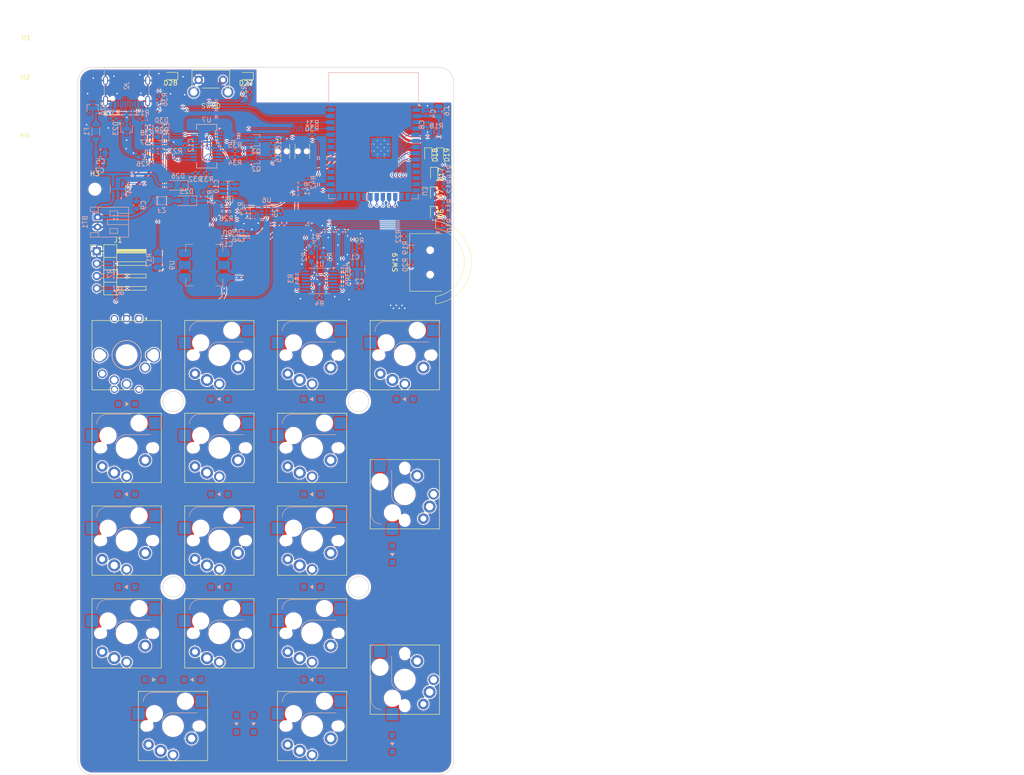
<source format=kicad_pcb>
(kicad_pcb (version 20240108) (generator "pcbnew") (generator_version "8.0")
  (layers (0 "F.Cu" signal) (31 "B.Cu" signal) (34 "B.Paste" user) (35 "F.Paste" user) (36 "B.SilkS" user "B.Silkscreen") (37 "F.SilkS" user "F.Silkscreen") (38 "B.Mask" user) (39 "F.Mask" user) (44 "Edge.Cuts" user))
  (net 0 "")
  (net 1 "/R0")
  (net 2 "Net-(D1-A)")
  (net 3 "Net-(D2-A)")
  (net 4 "Net-(D3-A)")
  (net 5 "Net-(D4-A)")
  (net 6 "/R1")
  (net 7 "Net-(D5-A)")
  (net 8 "Net-(D6-A)")
  (net 9 "Net-(D7-A)")
  (net 10 "Net-(D8-A)")
  (net 11 "/R2")
  (net 12 "Net-(D9-A)")
  (net 13 "Net-(D10-A)")
  (net 14 "Net-(D11-A)")
  (net 15 "Net-(D12-A)")
  (net 16 "/R3")
  (net 17 "Net-(D13-A)")
  (net 18 "Net-(D14-A)")
  (net 19 "Net-(D15-A)")
  (net 20 "Net-(D16-A)")
  (net 21 "/R4")
  (net 22 "Net-(D17-A)")
  (net 23 "/C0")
  (net 24 "/C1")
  (net 25 "/C2")
  (net 26 "/C3")
  (net 27 "GND")
  (net 28 "/RE_A")
  (net 29 "/RE_B")
  (net 30 "+5V")
  (net 31 "+3V3")
  (net 32 "/EN")
  (net 33 "/DTR")
  (net 34 "VBUS")
  (net 35 "/D+")
  (net 36 "/D-")
  (net 37 "Net-(BT1-+)")
  (net 38 "Net-(D27-K)")
  (net 39 "Net-(D28-A)")
  (net 40 "/SCL")
  (net 41 "/SDA")
  (net 42 "Net-(J2-CC1)")
  (net 44 "Net-(J2-CC2)")
  (net 46 "Net-(Q2-B)")
  (net 47 "Net-(Q2-E)")
  (net 48 "/LED")
  (net 49 "/VBAT")
  (net 50 "Net-(U4-PROG)")
  (net 51 "Net-(U4-STAT)")
  (net 52 "/SERIAL_A")
  (net 53 "/SERIAL_B")
  (net 54 "/PG")
  (net 55 "/SHDN")
  (net 56 "/D-_OTG")
  (net 57 "/D+_OTG")
  (net 58 "/RGB")
  (net 59 "/VIN")
  (net 61 "Net-(U8-SW)")
  (net 62 "/MTDO")
  (net 64 "/MTMS")
  (net 65 "/MTDI")
  (net 66 "/MTCK")
  (net 67 "Net-(D21-A)")
  (net 68 "Net-(D22-A)")
  (net 69 "/GP4")
  (net 70 "/VBAT1")
  (net 71 "/VBAT2")
  (net 72 "/VBAT3")
  (net 73 "/VBAT4")
  (net 74 "+2V5")
  (net 75 "Net-(U2-CS)")
  (net 76 "Net-(U5-VDD)")
  (net 77 "Net-(R10-Pad1)")
  (net 78 "Net-(R11-Pad1)")
  (net 79 "Net-(R12-Pad1)")
  (net 80 "Net-(R14-Pad1)")
  (net 81 "Net-(D19-A)")
  (net 82 "Net-(D20-A)")
  (net 83 "Net-(D29-K)")
  (net 84 "Net-(D29-A)")
  (net 85 "Net-(D30-A)")
  (net 86 "Net-(D30-K)")
  (net 87 "unconnected-(U3-IO14-Pad22)")
  (net 88 "/2V5_EN")
  (net 89 "Net-(Q3-B)")
  (net 90 "Net-(Q3-E)")
  (net 91 "Net-(R1-Pad2)")
  (net 92 "Net-(SW19-T)")
  (net 93 "Net-(U5-VOUT)")
  (net 94 "Net-(U7-~{RI})")
  (net 95 "Net-(U7-~{DCD})")
  (net 101 "/DM")
  (net 102 "/DP")
  (net 103 "/231_TX")
  (net 104 "/231_RX")
  (net 106 "Net-(D25-A)")
  (net 107 "Net-(U2-CTRL)")
  (net 109 "Net-(R19-Pad2)")
  (net 110 "Net-(R20-Pad1)")
  (net 111 "Net-(U3-IO35)")
  (net 112 "unconnected-(U3-IO47-Pad24)")
  (footprint "Ultramarine-2:MX-Kailh" (layer "F.Cu") (at 99 113)
    (property "Reference" "SW8" (hide yes))
    (property "Value" "SW_Push" (hide yes))
  )
  (footprint "Calciumor:TMHU27" (layer "F.Cu") (at 142 75)
    (property "Reference" "SW19")
    (property "Value" "TMHU27")
  )
  (footprint "Ultramarine-2:MX-Kailh" (layer "F.Cu") (at 118 94)
    (property "Reference" "SW11" (hide yes))
    (property "Value" "SW_Push" (hide yes))
  )
  (footprint "LED_SMD:LED_0603_1608Metric" (layer "F.Cu") (at 141.8 53 -90)
    (property "Reference" "D18")
    (property "Value" "B.Stat LED1 (White)")
  )
  (footprint "Ultramarine-2:MX-Kailh" (layer "F.Cu") (at 99 151)
    (property "Reference" "SW10" (hide yes))
    (property "Value" "SW_Push" (hide yes))
  )
  (footprint "Ultramarine-2:MX-Kailh" (layer "F.Cu") (at 137 122.5 90)
    (property "Reference" "SW17" (hide yes))
    (property "Value" "SW_Push" (hide yes))
  )
  (footprint "MountingHole:MountingHole_2.2mm_M2" (layer "F.Cu") (at 73.5 60)
    (property "Reference" "H3")
    (property "Value" "MountingHole")
  )
  (footprint "LED_SMD:LED_0603_1608Metric" (layer "F.Cu") (at 143 65 -90)
    (property "Reference" "D6")
    (property "Value" "B.Stat LED4 (White)")
  )
  (footprint "Ultramarine-2:MX-Kailh" (layer "F.Cu") (at 137 160.5 90)
    (property "Reference" "SW18" (hide yes))
    (property "Value" "SW_Push" (hide yes))
  )
  (footprint "MountingHole:MountingHole_2.2mm_M2" (layer "F.Cu") (at 59.4 32.15)
    (property "Reference" "H1")
    (property "Value" "MountingHole")
  )
  (footprint "Ultramarine-2:MX-Kailh" (layer "F.Cu") (at 118 113)
    (property "Reference" "SW12" (hide yes))
    (property "Value" "SW_Push" (hide yes))
  )
  (footprint "Ultramarine-2:MX-Kailh" (layer "F.Cu") (at 99 132)
    (property "Reference" "SW9" (hide yes))
    (property "Value" "SW_Push" (hide yes))
  )
  (footprint "Ultramarine-2:MX-Kailh" (layer "F.Cu") (at 80 94)
    (property "Reference" "SW5" (hide yes))
    (property "Value" "SW_Push" (hide yes))
  )
  (footprint "Ultramarine-2:TVAF06" (layer "F.Cu") (at 111.9 52.225 -90)
    (property "Reference" "SW22" (hide yes))
    (property "Value" "Reset" (hide yes))
  )
  (footprint "Ultramarine-2:MX-Kailh" (layer "F.Cu") (at 118 132)
    (property "Reference" "SW13" (hide yes))
    (property "Value" "SW_Push" (hide yes))
  )
  (footprint "LED_SMD:LED_0603_1608Metric" (layer "F.Cu") (at 89 36.8 180)
    (property "Reference" "D28")
    (property "Value" "LED Power(White)")
  )
  (footprint "LED_SMD:LED_0603_1608Metric" (layer "F.Cu") (at 104.46 36.8 180)
    (property "Reference" "D27")
    (property "Value" "LED Charging(Yellow)")
  )
  (footprint "Ultramarine-2:MX-Kailh" (layer "F.Cu") (at 137 94)
    (property "Reference" "SW16" (hide yes))
    (property "Value" "SW_Push" (hide yes))
  )
  (footprint "Ultramarine-2:TVAF06" (layer "F.Cu") (at 116 52.225 -90)
    (property "Reference" "SW21" (hide yes))
    (property "Value" "Program" (hide yes))
  )
  (footprint "Calciumor:THBP07" (layer "F.Cu") (at 97.25 39.1)
    (property "Reference" "SW20")
    (property "Value" "Power_SW")
  )
  (footprint "Connector_PinHeader_2.54mm:PinHeader_1x04_P2.54mm_Horizontal" (layer "F.Cu") (at 73.875 72.7)
    (property "Reference" "J1")
    (property "Value" "OLED")
  )
  (footprint "Ultramarine-2:MX-Kailh" (layer "F.Cu") (at 118 170)
    (property "Reference" "SW15" (hide yes))
    (property "Value" "SW_Push" (hide yes))
  )
  (footprint "Ultramarine-2:MX-Kailh" (layer "F.Cu") (at 80 132)
    (property "Reference" "SW2" (hide yes))
    (property "Value" "SW_Push" (hide yes))
  )
  (footprint "Ultramarine-2:MX-Kailh" (layer "F.Cu") (at 89.5 170)
    (property "Reference" "SW6" (hide yes))
    (property "Value" "SW_Push" (hide yes))
  )
  (footprint "LED_SMD:LED_0603_1608Metric" (layer "F.Cu") (at 143 57 -90)
    (property "Reference" "D17")
    (property "Value" "B.Stat LED2 (White)")
  )
  (footprint "Ultramarine-2:MX-Kailh" (layer "F.Cu") (at 80 113)
    (property "Reference" "SW1" (hide yes))
    (property "Value" "SW_Push" (hide yes))
  )
  (footprint "Ultramarine-2:MX-Kailh" (layer "F.Cu") (at 118 151)
    (property "Reference" "SW14" (hide yes))
    (property "Value" "SW_Push" (hide yes))
  )
  (footprint "Ultramarine-2:MX-Kailh" (layer "F.Cu") (at 80 151)
    (property "Reference" "SW3" (hide yes))
    (property "Value" "SW_Push" (hide yes))
  )
  (footprint "LED_SMD:LED_0603_1608Metric" (layer "F.Cu") (at 143 61 -90)
    (property "Reference" "D7")
    (property "Value" "B.Stat LED3 (White)")
  )
  (footprint "Ultramarine-2:EC12" (layer "F.Cu") (at 80 94 -90)
    (property "Reference" "SW4" (hide yes))
    (property "Value" "RotaryEncoder_Switch")
  )
  (footprint "LED_SMD:LED_0603_1608Metric" (layer "F.Cu") (at 144.2 53 -90)
    (property "Reference" "D19")
    (property "Value" "B. Low LED (Red)")
  )
  (footprint "Ultramarine-2:MX-Kailh" (layer "F.Cu") (at 99 94)
    (property "Reference" "SW7" (hide yes))
    (property "Value" "SW_Push" (hide yes))
  )
  (footprint "MountingHole:MountingHole_2.2mm_M2" (layer "F.Cu") (at 59.2 40.3)
    (property "Reference" "H2")
    (property "Value" "MountingHole")
  )
  (footprint "MountingHole:MountingHole_2.2mm_M2" (layer "F.Cu") (at 59.2 52.2)
    (property "Reference" "H4")
    (property "Value" "MountingHole")
  )
  (footprint "Resistor_SMD:R_0402_1005Metric" (layer "B.Cu") (at 94.1 56.8)
    (property "Reference" "R32")
    (property "Value" "10k")
  )
  (footprint "Resistor_SMD:R_0402_1005Metric" (layer "B.Cu") (at 96.36 56.8)
    (property "Reference" "R33")
    (property "Value" "10k")
  )
  (footprint "Resistor_SMD:R_0402_1005Metric" (layer "B.Cu") (at 111.6 64.36 -90)
    (property "Reference" "R25")
    (property "Value" "10k")
  )
  (footprint "Resistor_SMD:R_0402_1005Metric" (layer "B.Cu") (at 145 67.4 90)
    (property "Reference" "R10")
    (property "Value" "1k")
  )
  (footprint "RF_Module:ESP32-S3-WROOM-1" (layer "B.Cu") (at 130.6 49 180)
    (property "Reference" "U3")
    (property "Value" "ESP32-S3-WROOM-1-N16R8" (hide yes))
  )
  (footprint "Package_SO:SSOP-20_3.9x8.7mm_P0.635mm" (layer "B.Cu") (at 96.4 51.1775 180)
    (property "Reference" "U7")
    (property "Value" "FT231XS")
  )
  (footprint "Package_TO_SOT_SMD:SOT-323_SC-70" (layer "B.Cu") (at 106.6 49.995)
    (property "Reference" "Q3")
    (property "Value" "2SC4116")
  )
  (footprint "Capacitor_SMD:C_0805_2012Metric" (layer "B.Cu") (at 74.65 52.6)
    (property "Reference" "C5")
    (property "Value" "10u")
  )
  (footprint "Package_TO_SOT_SMD:SOT-323_SC-70" (layer "B.Cu") (at 106.6 53.6)
    (property "Reference" "Q2")
    (property "Value" "2SC4116")
  )
  (footprint "Ultramarine-2:SOD-123" (layer "B.Cu") (at 118 122.5 -90)
    (property "Reference" "D13" (hide yes))
    (property "Value" "D" (hide yes))
  )
  (footprint "Ultramarine-2:SOD-123" (layer "B.Cu") (at 93.5 160.5 -90)
    (property "Reference" "D11" (hide yes))
    (property "Value" "D" (hide yes))
  )
  (footprint "Resistor_SMD:R_0402_1005Metric" (layer "B.Cu") (at 105.25 40.05 -90)
    (property "Reference" "R21")
    (property "Value" "470")
  )
  (footprint "Capacitor_SMD:C_0603_1608Metric" (layer "B.Cu") (at 74.475 54.75)
    (property "Reference" "C7")
    (property "Value" "4.7u")
  )
  (footprint "Connector_JST:JST_PH_S2B-PH-K_1x02_P2.00mm_Horizontal" (layer "B.Cu") (at 74.05 65.75 -90)
    (property "Reference" "BT1")
    (property "Value" "Li-Po")
  )
  (footprint "Ultramarine-2:SOD-123" (layer "B.Cu") (at 99 141.5 -90)
    (property "Reference" "D10" (hide yes))
    (property "Value" "D" (hide yes))
  )
  (footprint "Capacitor_SMD:C_0402_1005Metric" (layer "B.Cu") (at 127.72 80.1 180)
    (property "Reference" "C2")
    (property "Value" "0.01u")
  )
  (footprint "Package_TO_SOT_SMD:SOT-363_SC-70-6" (layer "B.Cu") (at 108.7 64.5 180)
    (property "Reference" "U6")
    (property "Value" "NC7SV157")
  )
  (footprint "Package_SO:TSSOP-14_4.4x5mm_P0.65mm" (layer "B.Cu") (at 119.5125 78.8 180)
    (property "Reference" "U1")
    (property "Value" "LM324APT")
  )
  (footprint "Ultramarine-2:SOD-123" (layer "B.Cu") (at 99 122.5 -90)
    (property "Reference" "D9" (hide yes))
    (property "Value" "D" (hide yes))
  )
  (footprint "Ultramarine-2:SOD-123" (layer "B.Cu") (at 80 122.5 -90)
    (property "Reference" "D2" (hide yes))
    (property "Value" "D" (hide yes))
  )
  (footprint "Capacitor_SMD:C_0402_1005Metric" (layer "B.Cu") (at 104.7 69.46 -90)
    (property "Reference" "C13")
    (property "Value" "1000p")
  )
  (footprint "Resistor_SMD:R_1206_3216Metric" (layer "B.Cu") (at 86.4 74.55 -90)
    (property "Reference" "R17")
    (property "Value" "3.9k")
  )
  (footprint "Calciumor:AE-XC9306-3V3" (layer "B.Cu") (at 95.9 75.55 -90)
    (property "Reference" "U9")
    (property "Value" "AE-XC9306-3V3")
  )
  (footprint "Capacitor_SMD:C_0805_2012Metric" (layer "B.Cu") (at 143.9 44.05 90)
    (property "Reference" "C6")
    (property "Value" "10u")
  )
  (footprint "LED_SMD:LED_0603_1608Metric" (layer "B.Cu") (at 87.1875 49.3 180)
    (property "Reference" "D29")
    (property "Value" "RX LED(Yellow)")
  )
  (footprint "Resistor_SMD:R_0603_1608Metric" (layer "B.Cu") (at 117.85 73.9 -90)
    (property "Reference" "R2")
    (property "Value" "330k")
  )
  (footprint "Capacitor_SMD:C_0402_1005Metric" (layer "B.Cu") (at 92 51.02 90)
    (property "Reference" "C12")
    (property "Value" "0.1u")
  )
  (footprint "LED_SMD:LED_0603_1608Metric" (layer "B.Cu") (at 87.1875 47.3 180)
    (property "Reference" "D30")
    (property "Value" "TX LED(Red)")
  )
  (footprint "Resistor_SMD:R_0402_1005Metric" (layer "B.Cu") (at 102.2 52.15 180)
    (property "Reference" "R35")
    (property "Value" "10k")
  )
  (footprint "Connector_USB:USB_C_Receptacle_G-Switch_GT-USB-7010ASV" (layer "B.Cu") (at 80 38.8)
    (property "Reference" "J2")
    (property "Value" "USB_C_Main")
  )
  (footprint "Resistor_SMD:R_0603_1608Metric" (layer "B.Cu") (at 95.688388 61.525 90)
    (property "Reference" "R23")
    (property "Value" "100")
  )
  (footprint "Package_TO_SOT_SMD:SOT-323_SC-70" (layer "B.Cu") (at 80 47.6 -90)
    (property "Reference" "D23")
    (property "Value" "DF3D18FU,LF")
  )
  (footprint "Resistor_SMD:R_0603_1608Metric" (layer "B.Cu") (at 83.4 53.4)
    (property "Reference" "R26")
    (property "Value" "33")
  )
  (footprint "Ultramarine-2:SOD-123" (layer "B.Cu") (at 118 141.5 -90)
    (property "Reference" "D14" (hide yes))
    (property "Value" "D" (hide yes))
  )
  (footprint "Resistor_SMD:R_0402_1005Metric" (layer "B.Cu") (at 118 48.8 180)
    (property "Reference" "R30")
    (property "Value" "470")
  )
  (footprint "Resistor_SMD:R_0402_1005Metric" (layer "B.Cu") (at 84.2 49.3)
    (property "Reference" "R37")
    (property "Value" "1k")
  )
  (footprint "Ultramarine-2:SOD-123" (layer "B.Cu") (at 85.5 160.5 90)
    (property "Reference" "D4" (hide yes))
    (property "Value" "D" (hide yes))
  )
  (footprint "Resistor_SMD:R_0402_1005Metric" (layer "B.Cu") (at 86.65 41.6 90)
    (property "Reference" "R36")
    (property "Value" "1k")
  )
  (footprint "Resistor_SMD:R_0402_1005Metric" (layer "B.Cu") (at 138.25 71.99 -90)
    (property "Reference" "R19")
    (property "Value" "10k")
  )
  (footprint "Resistor_SMD:R_0402_1005Metric" (layer "B.Cu") (at 103.45 69.46 -90)
    (property "Reference" "R29")
    (property "Value" "470")
  )
  (footprint "Resistor_SMD:R_0402_1005Metric" (layer "B.Cu") (at 100.41 64.85)
    (property "Reference" "R28")
    (property "Value" "330k")
  )
  (footprint "Calciumor:MF-NSMF" (layer "B.Cu") (at 73.7 48.2 -90)
    (property "Reference" "F1")
    (property "Value" "MF-NSMF035X" (hide yes))
  )
  (footprint "Resistor_SMD:R_0603_1608Metric" (layer "B.Cu") (at 118.675 71.1 180)
    (property "Reference" "R1")
    (property "Value" "33k")
  )
  (footprint "Resistor_SMD:R_0603_1608Metric" (layer "B.Cu") (at 86.4 52.2)
    (property "Reference" "R27")
    (property "Value" "33")
  )
  (footprint "Capacitor_SMD:C_0402_1005Metric" (layer "B.Cu") (at 97.238388 59.42 90)
    (property "Reference" "C10")
    (property "Value" "0.01u")
  )
  (footprint "Resistor_SMD:R_0402_1005Metric" (layer "B.Cu") (at 138.25 75.51 -90)
    (property "Reference" "R20")
    (property "Value" "10k")
  )
  (footprint "Package_TO_SOT_SMD:SOT-323_SC-70" (layer "B.Cu") (at 73.0475 43.4 90)
    (property "Reference" "D79")
    (property "Value" "DF3D18FU,LF")
  )
  (footprint "Package_TO_SOT_SMD:SOT-23-5" (layer "B.Cu") (at 78.2 59.95 90)
    (property "Reference" "U4")
    (property "Value" "MCP73831-2-OT")
  )
  (footprint "Resistor_SMD:R_0402_1005Metric" (layer "B.Cu") (at 145 56.4 90)
    (property "Reference" "R14")
    (property "Value" "330")
  )
  (footprint "Resistor_SMD:R_0402_1005Metric" (layer "B.Cu") (at 119.5125 82.25)
    (property "Reference" "R4")
    (property "Value" "100k")
  )
  (footprint "Resistor_SMD:R_0402_1005Metric" (layer "B.Cu") (at 77.75 77.3 -90)
    (property "Reference" "R7")
    (property "Value" "10k")
  )
  (footprint "Resistor_SMD:R_0603_1608Metric" (layer "B.Cu") (at 120.25 73.9 90)
    (property "Reference" "R6")
    (property "Value" "1.5M")
  )
  (footprint "Resistor_SMD:R_0402_1005Metric" (layer "B.Cu") (at 117.1 58.59 90)
    (property "Reference" "R42")
    (property "Value" "33k")
  )
  (footprint "Ultramarine-2:SOD-123" (layer "B.Cu") (at 106 169.5)
    (property "Reference" "D16" (hide yes))
    (property "Value" "D" (hide yes))
  )
  (footprint "Resistor_SMD:R_0603_1608Metric" (layer "B.Cu") (at 115.55 59.925 90)
    (property "Reference" "R41")
    (property "Value" "13k")
  )
  (footprint "Diode_SMD:D_SOD-123F" (layer "B.Cu") (at 90.4 59.2 180)
    (property "Reference" "D26")
    (property "Value" "RB160M-30TR")
  )
  (footprint "Ultramarine-2:SOD-123" (layer "B.Cu") (at 134.45 173.6)
    (property "Reference" "D22" (hide yes))
    (property "Value" "D" (hide yes))
  )
  (footprint "Package_TO_SOT_SMD:SOT-23-5" (layer "B.Cu") (at 101.038388 59.9)
    (property "Reference" "U5")
    (property "Value" "BD5229G-1")
  )
  (footprint "Resistor_SMD:R_0402_1005Metric" (layer "B.Cu") (at 118 47.6 180)
    (property "Reference" "R31")
    (property "Value" "470")
  )
  (footprint "Resistor_SMD:R_0402_1005Metric" (layer "B.Cu") (at 84.2 47.3)
    (property "Reference" "R38")
    (property "Value" "1k")
  )
  (footprint "Resistor_SMD:R_0402_1005Metric" (layer "B.Cu") (at 145 63.4 90)
    (property "Reference" "R11")
    (property "Value" "1k")
  )
  (footprint "Resistor_SMD:R_0402_1005Metric" (layer "B.Cu") (at 77.75 80.8 90)
    (property "Reference" "R8")
    (property "Value" "10k")
  )
  (footprint "Calciumor:MF-NSMF" (layer "B.Cu") (at 87.2 62.35)
    (property "Reference" "F2")
    (property "Value" "MF-NSMF035X" (hide yes))
  )
  (footprint "Resistor_SMD:R_0402_1005Metric" (layer "B.Cu") (at 124.25 78.94 90)
    (property "Reference" "R5")
    (property "Value" "100k")
  )
  (footprint "Ultramarine-2:SOD-123" (layer "B.Cu") (at 118 160.5 -90)
    (property "Reference" "D15" (hide yes))
    (property "Value" "D" (hide yes))
  )
  (footprint "Resistor_SMD:R_0402_1005Metric" (layer "B.Cu") (at 77.25 45.5 180)
    (property "Reference" "R16")
    (property "Value" "5.1k")
  )
  (footprint "Resistor_SMD:R_0402_1005Metric" (layer "B.Cu") (at 104.55 63.99 -90)
    (property "Reference" "R24")
    (property "Value" "100k")
  )
  (footprint "Capacitor_SMD:C_0402_1005Metric" (layer "B.Cu") (at 100.38 70.1)
    (property "Reference" "C14")
    (property "Value" "0.1u")
  )
  (footprint "Resistor_SMD:R_0402_1005Metric" (layer "B.Cu") (at 127.69 71.7 180)
    (property "Reference" "R9")
    (property "Value" "10k")
  )
  (footprint "Calciumor:XC6194" (layer "B.Cu") (at 100.65 67.05)
    (property "Reference" "U8")
    (property "Value" "XC6194AA03ER-G")
  )
  (footprint "Capacitor_SMD:C_0402_1005Metric" (layer "B.Cu") (at 141.65 46.75 -90)
    (property "Reference" "C8")
    (property "Value" "1u")
  )
  (footprint "Capacitor_SMD:C_0402_1005Metric" (layer "B.Cu") (at 141.65 44.52 90)
    (property "Reference" "C4")
    (property "Value" "0.1u")
  )
  (footprint "Capacitor_SMD:C_0603_1608Metric" (layer "B.Cu") (at 82 63.25 90)
    (property "Reference" "C9")
    (property "Value" "4.7u")
  )
  (footprint "Capacitor_SMD:C_0402_1005Metric" (layer "B.Cu") (at 110 50.48 90)
    (property "Reference" "C16")
    (property "Value" "0.1u")
  )
  (footprint "Capacitor_SMD:C_0402_1005Metric" (layer "B.Cu") (at 106.05 64.98 -90)
    (property "Reference" "C11")
    (property "Value" "0.1u")
  )
  (footprint "Resistor_SMD:R_0402_1005Metric" (layer "B.Cu") (at 143.51 48.2 180)
    (property "Reference" "R18")
    (property "Value" "10k")
  )
  (footprint "Ultramarine-2:SOD-123" (layer "B.Cu") (at 118 103 -90)
    (property "Reference" "D12" (hide yes))
    (property "Value" "D" (hide yes))
  )
  (footprint "Ultramarine-2:SOD-123" (layer "B.Cu") (at 102.5 169.5)
    (property "Reference" "D5" (hide yes))
    (property "Value" "D" (hide yes))
  )
  (footprint "Ultramarine-2:SOD-123" (layer "B.Cu") (at 80 104 90)
    (property "Reference" "D1" (hide yes))
    (property "Value" "D" (hide yes))
  )
  (footprint "Resistor_SMD:R_0402_1005Metric" (layer "B.Cu") (at 136.85 69.65 -90)
    (property "Reference" "R22")
    (property "Value" "10k")
  )
  (footprint "Capacitor_SMD:C_0402_1005Metric" (layer "B.Cu") (at 110 53.12 90)
    (property "Reference" "C15")
    (property "Value" "0.1u")
  )
  (footprint "Capacitor_SMD:C_0402_1005Metric" (layer "B.Cu") (at 126.78 72.75)
    (property "Reference" "C1")
    (property "Value" "0.1u")
  )
  (footprint "Ultramarine-2:SOD-123" (layer "B.Cu") (at 80 141.5 -90)
    (property "Reference" "D3" (hide yes))
    (property "Value" "D" (hide yes))
  )
  (footprint "Resistor_SMD:R_0402_1005Metric" (layer "B.Cu") (at 145 59.4 90)
    (property "Reference" "R12")
    (property "Value" "1k")
  )
  (footprint "Diode_SMD:D_SOD-123F" (layer "B.Cu") (at 92.15 62.35 180)
    (property "Reference" "D25")
    (property "Value" "RB160M-30TR")
  )
  (footprint "Capacitor_SMD:C_0402_1005Metric" (layer "B.Cu") (at 124.25 77.02 90)
    (property "Reference" "C3")
    (property "Value" "0.1u")
  )
  (footprint "Ultramarine-2:SOD-123" (layer "B.Cu") (at 99 103 -90)
    (property "Reference" "D8" (hide yes))
    (property "Value" "D" (hide yes))
  )
  (footprint "Ultramarine-2:SOD-123" (layer "B.Cu") (at 134.45 134.8)
    (property "Reference" "D21" (hide yes))
    (property "Value" "D" (hide yes))
  )
  (footprint "Resistor_SMD:R_0402_1005Metric" (layer "B.Cu") (at 102.2 53.4)
    (property "Reference" "R34")
    (property "Value" "10k")
  )
  (footprint "Ultramarine-2:SOD-123" (layer "B.Cu") (at 137 103 -90)
    (property "Reference" "D20" (hide yes))
    (property "Value" "D" (hide yes))
  )
  (footprint "Resistor_SMD:R_0402_1005Metric" (layer "B.Cu") (at 114.8 78.3 -90)
    (property "Reference" "R3")
    (property "Value" "100k")
  )
  (footprint "Package_TO_SOT_SMD:SOT-23-5" (layer "B.Cu") (at 127.25 76.3625 -90)
    (property "Reference" "U2")
    (property "Value" "NJM12877F25")
  )
  (footprint "Resistor_SMD:R_0402_1005Metric" (layer "B.Cu") (at 83.25 45.5 180)
    (property "Reference" "R15")
    (property "Value" "5.1k")
  )
  (gr_line (start 73 180) (end 144 180) (stroke (width 0.1)) (layer "Edge.Cuts"))
  (gr_circle (center 127.5 103.5) (end 129.6 103.5) (stroke (width 0.1)) (fill none) (layer "Edge.Cuts"))
  (gr_arc (start 70 38) (mid 70.87868 35.87868) (end 73 35) (stroke (width 0.1)) (layer "Edge.Cuts"))
  (gr_line (start 70 38) (end 70 177) (stroke (width 0.1)) (layer "Edge.Cuts"))
  (gr_arc (start 147 177) (mid 146.12132 179.12132) (end 144 180) (stroke (width 0.1)) (layer "Edge.Cuts"))
  (gr_arc (start 144 35) (mid 146.12132 35.87868) (end 147 38) (stroke (width 0.1)) (layer "Edge.Cuts"))
  (gr_arc (start 73 180) (mid 70.87868 179.12132) (end 70 177) (stroke (width 0.1)) (layer "Edge.Cuts"))
  (gr_line (start 147 177) (end 147 38) (stroke (width 0.1)) (layer "Edge.Cuts"))
  (gr_line (start 73 35) (end 144 35) (stroke (width 0.1)) (layer "Edge.Cuts"))
  (gr_circle (center 127.5 141.5) (end 129.6 141.5) (stroke (width 0.1)) (fill none) (layer "Edge.Cuts"))
  (gr_circle (center 89.5 103.5) (end 91.6 103.5) (stroke (width 0.1)) (fill none) (layer "Edge.Cuts"))
  (gr_circle (center 89.5 141.5) (end 91.6 141.5) (stroke (width 0.1)) (fill none) (layer "Edge.Cuts"))
  (segment (start 134.9 83.15) (end 135.281802 82.768198) (width 0.15) (layer "F.Cu") (net 1))
  (segment (start 134.675 84.4) (end 134.675 83.693198) (width 0.15) (layer "F.Cu") (net 1))
  (segment (start 135.6 82) (end 135.6 64.627817) (width 0.15) (layer "F.Cu") (net 1))
  (via (at 135.05 63.3) (size 0.6) (drill 0.3) (layers "F.Cu" "B.Cu") (net 1))
  (via (at 134.675 84.4) (size 0.6) (drill 0.3) (layers "F.Cu" "B.Cu") (net 1))
  (arc (start 134.675 83.693198) (mid 134.733476 83.399222) (end 134.9 83.15) (width 0.15) (layer "F.Cu") (net 1))
  (arc (start 135.6 64.627817) (mid 135.45706 63.909208) (end 135.05 63.3) (width 0.15) (layer "F.Cu") (net 1))
  (arc (start 135.281802 82.768198) (mid 135.517303 82.415745) (end 135.6 82) (width 0.15) (layer "F.Cu") (net 1))
  (segment (start 135.045 61.5) (end 135.05 61.505) (width 0.15) (layer "B.Cu") (net 1))
  (segment (start 135.05 61.505) (end 135.05 63.3) (width 0.15) (layer "B.Cu") (net 1))
  (segment (start 135 82.55) (end 134.347488 83.202512) (width 0.15) (layer "F.Cu") (net 6))
  (segment (start 135.25 65.45) (end 135.25 81.2) (width 0.15) (layer "F.Cu") (net 6))
  (segment (start 135.25 81.2) (end 135.25 81.946447) (width 0.15) (layer "F.Cu") (net 6))
  (segment (start 133.8 63.3) (end 134.755025 64.255025) (width 0.15) (layer "F.Cu") (net 6))
  (segment (start 133.8 63.358147) (end 133.8 63.3) (width 0.15) (layer "F.Cu") (net 6))
  (via (at 133.8 63.3) (size 0.6) (drill 0.3) (layers "F.Cu" "B.Cu") (net 6))
  (via (at 134.1 83.8) (size 0.6) (drill 0.3) (layers "F.Cu" "B.Cu") (net 6))
  (arc (start 134.347488 83.202512) (mid 134.16432 83.476641) (end 134.1 83.8) (width 0.15) (layer "F.Cu") (net 6))
  (arc (start 135.25 81.946447) (mid 135.185027 82.273088) (end 135 82.55) (width 0.15) (layer "F.Cu") (net 6))
  (arc (start 134.755025 64.255025) (mid 135.12136 64.803284) (end 135.25 65.45) (width 0.15) (layer "F.Cu") (net 6))
  (segment (start 133.8 61.525) (end 133.8 63.3) (width 0.15) (layer "B.Cu") (net 6))
  (arc (start 133.775 61.5) (mid 133.792678 61.507322) (end 133.8 61.525) (width 0.15) (layer "B.Cu") (net 6))
  (segment (start 143 65.7875) (end 144.969823 65.7875) (width 0.2) (layer "F.Cu") (net 8))
  (via (at 145 65.8) (size 0.6) (drill 0.3) (layers "F.Cu" "B.Cu") (net 8))
  (arc (start 144.969823 65.7875) (mid 144.986154 65.790749) (end 145 65.8) (width 0.2) (layer "F.Cu") (net 8))
  (segment (start 145 65.8) (end 145 66.89) (width 0.2) (layer "B.Cu") (net 8))
  (segment (start 143 61.7875) (end 144.969823 61.7875) (width 0.2) (layer "F.Cu") (net 9))
  (via (at 145 61.8) (size 0.6) (drill 0.3) (layers "F.Cu" "B.Cu") (net 9))
  (arc (start 144.969823 61.7875) (mid 144.986154 61.790749) (end 145 61.8) (width 0.2) (layer "F.Cu") (net 9))
  (segment (start 145 61.8) (end 145 62.89) (width 0.2) (layer "B.Cu") (net 9))
  (via (at 132.5 63.3) (size 0.6) (drill 0.3) (layers "F.Cu" "B.Cu") (net 11))
  (segment (start 132.5 61.505) (end 132.505 61.5) (width 0.15) (layer "B.Cu") (net 11))
  (segment (start 132.5 63.3) (end 132.5 61.505) (width 0.15) (layer "B.Cu") (net 11))
  (segment (start 131.25 63.358147) (end 131.25 63.3) (width 0.15) (layer "F.Cu") (net 16))
  (via (at 131.25 63.3) (size 0.6) (drill 0.3) (layers "F.Cu" "B.Cu") (net 16))
  (segment (start 131.25 61.515) (end 131.25 63.3) (width 0.15) (layer "B.Cu") (net 16))
  (arc (start 131.235 61.5) (mid 131.245607 61.504393) (end 131.25 61.515) (width 0.15) (layer "B.Cu") (net 16))
  (segment (start 130 63.358148) (end 130 63.3) (width 0.15) (layer "F.Cu") (net 21))
  (via (at 130 63.3) (size 0.6) (drill 0.3) (layers "F.Cu" "B.Cu") (net 21))
  (segment (start 130 61.535) (end 130 63.3) (width 0.15) (layer "B.Cu") (net 21))
  (arc (start 129.965 61.5) (mid 129.989749 61.510251) (end 130 61.535) (width 0.15) (layer "B.Cu") (net 21))
  (segment (start 141.8 57.4) (end 141.8 53.7875) (width 0.2) (layer "F.Cu") (net 22))
  (segment (start 143 57.7875) (end 144.969823 57.7875) (width 0.2) (layer "F.Cu") (net 22))
  (segment (start 143 57.7875) (end 142.1875 57.7875) (width 0.2) (layer "F.Cu") (net 22))
  (via (at 145 57.8) (size 0.6) (drill 0.3) (layers "F.Cu" "B.Cu") (net 22))
  (arc (start 142.1875 57.7875) (mid 141.913496 57.674004) (end 141.8 57.4) (width 0.2) (layer "F.Cu") (net 22))
  (arc (start 144.969823 57.7875) (mid 144.986154 57.790749) (end 145 57.8) (width 0.2) (layer "F.Cu") (net 22))
  (arc (start 143.030177 57.8) (mid 143.013845 57.796751) (end 143 57.7875) (width 0.2) (layer "F.Cu") (net 22))
  (segment (start 145 57.8) (end 145 58.89) (width 0.2) (layer "B.Cu") (net 22))
  (segment (start 135.391421 83.458578) (end 135.75 83.1) (width 0.15) (layer "F.Cu") (net 23))
  (segment (start 134.45 57.1) (end 134.818629 57.468629) (width 0.15) (layer "F.Cu") (net 23))
  (segment (start 135.95 60.2) (end 135.95 82.617158) (width 0.15) (layer "F.Cu") (net 23))
  (via (at 134.45 57.1) (size 0.6) (drill 0.3) (layers "F.Cu" "B.Cu") (net 23))
  (via (at 135.25 83.8) (size 0.6) (drill 0.3) (layers "F.Cu" "B.Cu") (net 23))
  (arc (start 134.818629 57.468629) (mid 135.655966 58.721793) (end 135.95 60.2) (width 0.15) (layer "F.Cu") (net 23))
  (arc (start 135.95 82.617158) (mid 135.898021 82.87847) (end 135.75 83.1) (width 0.15) (layer "F.Cu") (net 23))
  (arc (start 135.25 83.8) (mid 135.286754 83.615224) (end 135.391421 83.458578) (width 0.15) (layer "F.Cu") (net 23))
  (segment (start 134.45 57.1) (end 135.525736 56.024264) (width 0.15) (layer "B.Cu") (net 23))
  (segment (start 138.5 47.55) (end 139.35 47.55) (width 0.15) (layer "B.Cu") (net 23))
  (segment (start 135.95 55) (end 135.95 50.098528) (width 0.15) (layer "B.Cu") (net 23))
  (segment (start 136.55 48.65) (end 137.048959 48.151041) (width 0.15) (layer "B.Cu") (net 23))
  (arc (start 135.95 50.098528) (mid 136.105935 49.314591) (end 136.55 48.65) (width 0.15) (layer "B.Cu") (net 23))
  (arc (start 137.048959 48.151041) (mid 137.714702 47.706205) (end 138.5 47.55) (width 0.15) (layer "B.Cu") (net 23))
  (arc (start 135.525736 56.024264) (mid 135.839737 55.554327) (end 135.95 55) (width 0.15) (layer "B.Cu") (net 23))
  (segment (start 135.317539 57.100735) (end 135.3 57.1) (width 0.15) (layer "F.Cu") (net 24))
  (segment (start 136.025 83.325) (end 136.025235 83.319394) (width 0.15) (layer "F.Cu") (net 24))
  (segment (start 136.3 82.656053) (end 136.3 59.472605) (width 0.15) (layer "F.Cu") (net 24))
  (segment (start 135.85 84.4) (end 135.85 83.747487) (width 0.15) (layer "F.Cu") (net 24))
  (via (at 135.85 84.4) (size 0.6) (drill 0.3) (layers "F.Cu" "B.Cu") (net 24))
  (via (at 135.3 57.1) (size 0.6) (drill 0.3) (layers "F.Cu" "B.Cu") (net 24))
  (arc (start 136.025235 83.319394) (mid 136.228591 83.01505) (end 136.3 82.656053) (width 0.15) (layer "F.Cu") (net 24))
  (arc (start 136.3 59.472605) (mid 136.044666 58.188958) (end 135.317539 57.100735) (width 0.15) (layer "F.Cu") (net 24))
  (arc (start 135.85 83.747487) (mid 135.895481 83.518839) (end 136.025 83.325) (width 0.15) (layer "F.Cu") (net 24))
  (segment (start 136.3 55.744975) (end 136.3 50.798528) (width 0.15) (layer "B.Cu") (net 24))
  (segment (start 138.179533 48.82) (end 139.35 48.82) (width 0.15) (layer "B.Cu") (net 24))
  (segment (start 135.3 57.1) (end 136.048959 56.351041) (width 0.15) (layer "B.Cu") (net 24))
  (arc (start 136.048959 56.351041) (mid 136.234757 56.072975) (end 136.3 55.744975) (width 0.15) (layer "B.Cu") (net 24))
  (arc (start 136.9 49.35) (mid 137.487054 48.957742) (end 138.179533 48.82) (width 0.15) (layer "B.Cu") (net 24))
  (arc (start 136.3 50.798528) (mid 136.455935 50.014591) (end 136.9 49.35) (width 0.15) (layer "B.Cu") (net 24))
  (segment (start 136.65 83.256802) (end 136.65 58.307106) (width 0.15) (layer "F.Cu") (net 25))
  (via (at 136.15 57.1) (size 0.6) (drill 0.3) (layers "F.Cu" "B.Cu") (net 25))
  (via (at 136.425 83.8) (size 0.6) (drill 0.3) (layers "F.Cu" "B.Cu") (net 25))
  (arc (start 136.65 58.307106) (mid 136.520054 57.653825) (end 136.15 57.1) (width 0.15) (layer "F.Cu") (net 25))
  (arc (start 136.425 83.8) (mid 136.591525 83.550779) (end 136.65 83.256802) (width 0.15) (layer "F.Cu") (net 25))
  (segment (start 136.398959 56.851041) (end 136.15 57.1) (width 0.15) (layer "B.Cu") (net 25))
  (segment (start 139.35 50.09) (end 138.708498 50.09) (width 0.15) (layer "B.Cu") (net 25))
  (segment (start 136.65 52.275778) (end 136.65 56.244975) (width 0.15) (layer "B.Cu") (net 25))
  (arc (start 136.65 56.244975) (mid 136.584757 56.572975) (end 136.398959 56.851041) (width 0.15) (layer "B.Cu") (net 25))
  (arc (start 138.708498 50.09) (mid 137.955187 50.239843) (end 137.31656 50.66656) (width 0.15) (layer "B.Cu") (net 25))
  (arc (start 137.31656 50.66656) (mid 136.823233 51.404875) (end 136.65 52.275778) (width 0.15) (layer "B.Cu") (net 25))
  (segment (start 137 57.1) (end 137 57.290812) (width 0.15) (layer "F.Cu") (net 26))
  (segment (start 137 57.1) (end 137 84.4) (width 0.15) (layer "F.Cu") (net 26))
  (via (at 137 57.1) (size 0.6) (drill 0.3) (layers "F.Cu" "B.Cu") (net 26))
  (via (at 137 84.4) (size 0.6) (drill 0.3) (layers "F.Cu" "B.Cu") (net 26))
  (segment (start 137 57.1) (end 137 52.95) (width 0.15) (layer "B.Cu") (net 26))
  (segment (start 139.35 51.36) (end 138.960784 51.36) (width 0.15) (layer "B.Cu") (net 26))
  (arc (start 137 52.95) (mid 137.101074 52.441866) (end 137.388909 52.011092) (width 0.15) (layer "B.Cu") (net 26))
  (arc (start 138.960784 51.36) (mid 138.110092 51.529213) (end 137.388909 52.011092) (width 0.15) (layer "B.Cu") (net 26))
  (via (at 86.6 36.3) (size 0.6) (drill 0.3) (layers "F.Cu" "B.Cu") (net 27))
  (via (at 106.95 66.95) (size 0.6) (drill 0.3) (layers "F.Cu" "B.Cu") (net 27))
  (via (at 102.35 68.25) (size 0.6) (drill 0.3) (layers "F.Cu" "B.Cu") (net 27))
  (via (at 122.65 67.75) (size 0.6) (drill 0.3) (layers "F.Cu" "B.Cu") (net 27))
  (via (at 89 40.45) (size 0.6) (drill 0.3) (layers "F.Cu" "B.Cu") (net 27))
  (via (at 98.95 65.35) (size 0.6) (drill 0.3) (layers "F.Cu" "B.Cu") (net 27))
  (via (at 73.15 37.25) (size 0.6) (drill 0.3) (layers "F.Cu" "B.Cu") (net 27))
  (via (at 118.424338 77.05) (size 0.6) (drill 0.3) (layers "F.Cu" "B.Cu") (net 27))
  (via (at 80 49.95) (size 0.6) (drill 0.3) (layers "F.Cu" "B.Cu") (net 27))
  (via (at 71.8 46.8) (size 0.6) (drill 0.3) (layers "F.Cu" "B.Cu") (net 27))
  (via (at 82.9 40.3) (size 0.6) (drill 0.3) (layers "F.Cu" "B.Cu") (net 27))
  (via (at 127.9 69.1) (size 0.6) (drill 0.3) (layers "F.Cu" "B.Cu") (net 27))
  (via (at 121.6 74.05) (size 0.6) (drill 0.3) (layers "F.Cu" "B.Cu") (net 27))
  (via (at 125.85 79.3) (size 0.6) (drill 0.3) (layers "F.Cu" "B.Cu") (net 27))
  (via (at 79.9 51.7) (size 0.6) (drill 0.3) (layers "F.Cu" "B.Cu") (net 27))
  (via (at 76.25 47.45) (size 0.6) (drill 0.3) (layers "F.Cu" "B.Cu") (net 27))
  (via (at 119.55 79.45) (size 0.6) (drill 0.3) (layers "F.Cu" "B.Cu") (net 27))
  (via (at 120.9 81.05) (size 0.6) (drill 0.3) (layers "F.Cu" "B.Cu") (net 27))
  (via (at 121.2 76.35) (size 0.6) (drill 0.3) (layers "F.Cu" "B.Cu") (net 27))
  (via (at 125.15 75.3) (size 0.6) (drill 0.3) (layers "F.Cu" "B.Cu") (net 27))
  (via (at 121.3 69.9) (size 0.6) (drill 0.3) (layers "F.Cu" "B.Cu") (net 27))
  (via (at 91.55 36.95) (size 0.6) (drill 0.3) (layers "F.Cu" "B.Cu") (net 27))
  (via (at 78.05 40.4) (size 0.6) (drill 0.3) (layers "F.Cu" "B.Cu") (net 27))
  (via (at 104.75 65.5) (size 0.6) (drill 0.3) (layers "F.Cu" "B.Cu") (net 27))
  (via (at 122.65 82) (size 0.6) (drill 0.3) (layers "F.Cu" "B.Cu") (net 27))
  (via (at 119.05 78.5) (size 0.6) (drill 0.3) (layers "F.Cu" "B.Cu") (net 27))
  (via (at 91.9 40.65) (size 0.6) (drill 0.3) (layers "F.Cu" "B.Cu") (net 27))
  (via (at 89.66 50.35) (size 0.6) (drill 0.3) (layers "F.Cu" "B.Cu") (net 27))
  (via (at 80.05 45.3) (size 0.6) (drill 0.3) (layers "F.Cu" "B.Cu") (net 27))
  (via (at 102.3 65.45) (size 0.6) (drill 0.3) (layers "F.Cu" "B.Cu") (net 27))
  (via (at 123.25 75.3) (size 0.6) (drill 0.3) (layers "F.Cu" "B.Cu") (net 27))
  (via (at 120.35 72) (size 0.6) (drill 0.3) (layers "F.Cu" "B.Cu") (net 27))
  (via (at 120.1 67.45) (size 0.6) (drill 0.3) (layers "F.Cu" "B.Cu") (net 27))
  (via (at 79.9 38.75) (size 0.6) (drill 0.3) (layers "F.Cu" "B.Cu") (net 27))
  (via (at 104.05 67.05) (size 0.6) (drill 0.3) (layers "F.Cu" "B.Cu") (net 27))
  (via (at 141.65 42.9) (size 0.6) (drill 0.3) (layers "F.Cu" "B.Cu") (net 27))
  (via (at 81.4 52.6) (size 0.6) (drill 0.3) (layers "F.Cu" "B.Cu") (net 27))
  (via (at 115.9 75.35) (size 0.6) (drill 0.3) (layers "F.Cu" "B.Cu") (net 27))
  (via (at 118.1 81.05) (size 0.6) (drill 0.3) (layers "F.Cu" "B.Cu") (net 27))
  (via (at 117.8 68.45) (size 0.6) (drill 0.3) (layers "F.Cu" "B.Cu") (net 27))
  (via (at 123.45 69.25) (size 0.6) (drill 0.3) (layers "F.Cu" "B.Cu") (net 27))
  (via (at 115.6 82.45) (size 0.6) (drill 0.3) (layers "F.Cu" "B.Cu") (net 27))
  (via (at 125.6 82.6) (size 0.6) (drill 0.3) (layers "F.Cu" "B.Cu") (net 27))
  (via (at 141.65 48.3) (size 0.6) (drill 0.3) (layers "F.Cu" "B.Cu") (net 27))
  (via (at 72 40.4) (size 0.6) (drill 0.3) (layers "F.Cu" "B.Cu") (net 27))
  (via (at 82.7 36.55) (size 0.6) (drill 0.3) (layers "F.Cu" "B.Cu") (net 27))
  (via (at 77.4 36.85) (size 0.6) (drill 0.3) (layers "F.Cu" "B.Cu") (net 27))
  (via (at 125.25 73.4) (size 0.6) (drill 0.3) (layers "F.Cu" "B.Cu") (net 27))
  (via (at 105.65 68.2) (size 0.6) (drill 0.3) (layers "F.Cu" "B.Cu") (net 27))
  (via (at 146 43.1) (size 0.6) (drill 0.3) (layers "F.Cu" "B.Cu") (net 27))
  (via (at 123.3 71.45) (size 0.6) (drill 0.3) (layers "F.Cu" "B.Cu") (net 27))
  (via (at 125.25 69.55) (size 0.6) (drill 0.3) (layers "F.Cu" "B.Cu") (net 27))
  (segment (start 99.900068 58.95082) (end 97.255575 58.95082) (width 0.2) (layer "B.Cu") (net 27))
  (segment (start 143.9 43.1) (end 146 43.1) (width 0.3) (layer "B.Cu") (net 27))
  (segment (start 92.714607 50.664607) (end 92.752999 50.703006) (width 0.3) (layer "B.Cu") (net 27))
  (segment (start 93.8 50.86) (end 94.39 50.86) (width 0.3) (layer "B.Cu") (net 27))
  (segment (start 100.65 67.05) (end 102.1 67.05) (width 0.5) (layer "B.Cu") (net 27))
  (segment (start 141.087989 44.04) (end 141.65 44.04) (width 0.3) (layer "B.Cu") (net 27))
  (segment (start 141.65 44.04) (end 142.16 44.04) (width 0.3) (layer "B.Cu") (net 27))
  (segment (start 142.5 43.45) (end 142.5 43.7) (width 0.3) (layer "B.Cu") (net 27))
  (segment (start 93.8 50.86) (end 93.131969 50.86) (width 0.3) (layer "B.Cu") (net 27))
  (segment (start 101.4 67.05) (end 100.65 67.05) (width 0.2) (layer "B.Cu") (net 27))
  (segment (start 92.413884 50.54) (end 92 50.54) (width 0.3) (layer "B.Cu") (net 27))
  (segment (start 141.65 47.23) (end 141.65 48.3) (width 0.2) (layer "B.Cu") (net 27))
  (segment (start 143.9 43.1) (end 142.85 43.1) (width 0.3) (layer "B.Cu") (net 27))
  (segment (start 100.9 67.05) (end 100.65 67.05) (width 0.2) (layer "B.Cu") (net 27))
  (segment (start 100.65 67.05) (end 99.2 67.05) (width 0.5) (layer "B.Cu") (net 27))
  (segment (start 139.35 43.74) (end 140.363726 43.74) (width 0.3) (layer "B.Cu") (net 27))
  (segment (start 101.4 67.9) (end 101.4 67.05) (width 0.2) (layer "B.Cu") (net 27))
  (segment (start 100.4 67.05) (end 100.4 66.2) (width 0.2) (layer "B.Cu") (net 27))
  (segment (start 100.65 67.05) (end 100.4 67.05) (width 0.2) (layer "B.Cu") (net 27))
  (segment (start 99.900888 58.95) (end 99.900068 58.95082) (width 0.2) (layer "B.Cu") (net 27))
  (segment (start 100.9 67.9) (end 100.9 67.05) (width 0.2) (layer "B.Cu") (net 27))
  (arc (start 140.75 43.9) (mid 140.905071 44.003615) (end 141.087989 44.04) (width 0.3) (layer "B.Cu") (net 27))
  (arc (start 94.39 50.86) (mid 94.679914 50.739914) (end 94.8 50.45) (width 0.3) (layer "B.Cu") (net 27))
  (arc (start 142.16 44.04) (mid 142.400416 43.940416) (end 142.5 43.7) (width 0.3) (layer "B.Cu") (net 27))
  (arc (start 140.363726 43.74) (mid 140.572776 43.781583) (end 140.75 43.9) (width 0.3) (layer "B.Cu") (net 27))
  (arc (start 142.85 43.1) (mid 142.602513 43.202513) (end 142.5 43.45) (width 0.3) (layer "B.Cu") (net 27))
  (arc (start 93.131969 50.86) (mid 92.926868 50.819198) (end 92.752999 50.703006) (width 0.3) (layer "B.Cu") (net 27))
  (arc (start 92.714607 50.664607) (mid 92.576631 50.572381) (end 92.413884 50.54) (width 0.3) (layer "B.Cu") (net 27))
  (arc (start 97.255575 58.95082) (mid 97.246435 58.945965) (end 97.238388 58.94) (width 0.2) (layer "B.Cu") (net 27))
  (segment (start 136.042893 54.607107) (end 131.15 59.5) (width 0.15) (layer "F.Cu") (net 28))
  (via (at 137.75 53.9) (size 0.6) (drill 0.3) (layers "F.Cu" "B.Cu") (net 28))
  (arc (start 137.75 53.9) (mid 136.82612 54.083771) (end 136.042893 54.607107) (width 0.15) (layer "F.Cu") (net 28))
  (segment (start 139.35 53.9) (end 137.75 53.9) (width 0.15) (layer "B.Cu") (net 28))
  (segment (start 129.4 61.43137) (end 129.4 63.25) (width 0.15) (layer "F.Cu") (net 29))
  (segment (start 136.555026 53.144975) (end 135.175 54.525) (width 0.15) (layer "F.Cu") (net 29))
  (segment (start 135.175 54.525) (end 130.2 59.5) (width 0.15) (layer "F.Cu") (net 29))
  (via (at 137.75 52.65) (size 0.6) (drill 0.3) (layers "F.Cu" "B.Cu") (net 29))
  (arc (start 130.2 59.5) (mid 129.607913 60.38612) (end 129.4 61.43137) (width 0.15) (layer "F.Cu") (net 29))
  (arc (start 137.75 52.65) (mid 137.103285 52.77864) (end 136.555026 53.144975) (width 0.15) (layer "F.Cu") (net 29))
  (segment (start 137.75 52.65) (end 137.77 52.63) (width 0.15) (layer "B.Cu") (net 29))
  (segment (start 137.77 52.63) (end 139.35 52.63) (width 0.15) (layer "B.Cu") (net 29))
  (segment (start 103.7 36.8275) (end 103.7 40.45) (width 0.2) (layer "F.Cu") (net 30))
  (segment (start 84.05 52.4) (end 84.05 52.626774) (width 0.2) (layer "F.Cu") (net 30))
  (segment (start 82.194432 55.805569) (end 81.1 56.9) (width 0.2) (layer "F.Cu") (net 30))
  (segment (start 81.1 56.9) (end 83.114338 54.885662) (width 0.2) (layer "F.Cu") (net 30))
  (segment (start 84.05 52.4) (end 84.05 46.35) (width 0.2) (layer "F.Cu") (net 30))
  (segment (start 88.45 41.95) (end 96.9 41.95) (width 0.2) (layer "F.Cu") (net 30))
  (segment (start 84.05 52.4) (end 84.05 52.582234) (width 0.2) (layer "F.Cu") (net 30))
  (via (at 103.7 40.45) (size 0.6) (drill 0.3) (layers "F.Cu" "B.Cu") (net 30))
  (via (at 96.9 41.95) (size 0.6) (drill 0.3) (layers "F.Cu" "B.Cu") (net 30))
  (via (at 81.1 56.9) (size 0.6) (drill 0.3) (layers "F.Cu" "B.Cu") (net 30))
  (arc (start 83.114338 54.885662) (mid 83.806829 53.849275) (end 84.05 52.626774) (width 0.2) (layer "F.Cu") (net 30))
  (arc (start 103.6725 36.8) (mid 103.691945 36.808055) (end 103.7 36.8275) (width 0.2) (layer "F.Cu") (net 30))
  (arc (start 84.05 46.35) (mid 85.33873 43.23873) (end 88.45 41.95) (width 0.2) (layer "F.Cu") (net 30))
  (segment (start 81.1 56.9) (end 84.796979 56.9) (width 0.5) (layer "B.Cu") (net 30))
  (segment (start 103.7 40.45) (end 103.7 40.75) (width 0.2) (layer "B.Cu") (net 30))
  (segment (start 79.05 56.9) (end 81.1 56.9) (width 0.5) (layer "B.Cu") (net 30))
  (segment (start 102.5 41.95) (end 96.9 41.95) (width 0.2) (layer "B.Cu") (net 30))
  (segment (start 73.7 49.7) (end 73.7 52.6) (width 0.5) (layer "B.Cu") (net 30))
  (segment (start 73.7 56) (end 73.7 54.75) (width 0.5) (layer "B.Cu") (net 30))
  (segment (start 77.25 58.8125) (end 77.25 57.85) (width 0.5) (layer "B.Cu") (net 30))
  (segment (start 79.05 56.9) (end 78.2 56.9) (width 0.5) (layer "B.Cu") (net 30))
  (segment (start 89 59.2) (end 87.2 59.2) (width 0.5) (layer "B.Cu") (net 30))
  (segment (start 76.3 56.9) (end 79.05 56.9) (width 0.5) (layer "B.Cu") (net 30))
  (segment (start 73.7 52.6) (end 73.7 54.75) (width 0.5) (layer "B.Cu") (net 30))
  (segment (start 76.3 56.9) (end 74.6 56.9) (width 0.5) (layer "B.Cu") (net 30))
  (arc (start 84.796979 56.9) (mid 85.648921 57.252886) (end 86.001807 58.104828) (width 0.5) (layer "B.Cu") (net 30))
  (arc (start 103.7 40.75) (mid 103.348528 41.598528) (end 102.5 41.95) (width 0.2) (layer "B.Cu") (net 30))
  (arc (start 87.2 59.2) (mid 86.389292 58.884733) (end 86.001807 58.104828) (width 0.5) (layer "B.Cu") (net 30))
  (arc (start 74.6 56.9) (mid 73.963604 56.636396) (end 73.7 56) (width 0.5) (layer "B.Cu") (net 30))
  (arc (start 77.25 57.85) (mid 76.971751 57.178249) (end 76.3 56.9) (width 0.5) (layer "B.Cu") (net 30))
  (arc (start 78.2 56.9) (mid 77.528249 57.178249) (end 77.25 57.85) (width 0.5) (layer "B.Cu") (net 30))
  (segment (start 85.1 54.4) (end 85.1 54.827208) (width 0.5) (layer "F.Cu") (net 31))
  (segment (start 98.3 83) (end 81.2 83) (width 0.5) (layer "F.Cu") (net 31))
  (segment (start 78.45 82.3) (end 79.101246 82.3) (width 0.5) (layer "F.Cu") (net 31))
  (segment (start 77.75 65.6) (end 77.75 75.25) (width 0.5) (layer "F.Cu") (net 31))
  (segment (start 138.7 50.15) (end 143.1 50.15) (width 0.5) (layer "F.Cu") (net 31))
  (segment (start 78.45 82.3) (end 78.760482 81.989518) (width 0.5) (layer "F.Cu") (net 31))
  (segment (start 77.75 83) (end 78.45 82.3) (width 0.15) (layer "F.Cu") (net 31))
  (segment (start 100 80.3) (end 100 81.3) (width 0.8) (layer "F.Cu") (net 31))
  (segment (start 102.5 78.1) (end 103.5 78.1) (width 0.8) (layer "F.Cu") (net 31))
  (segment (start 84.2 57) (end 79.27028 61.92972) (width 0.5) (layer "F.Cu") (net 31))
  (segment (start 108.75061 70.44939) (end 114.375735 64.824265) (width 0.5) (layer "F.Cu") (net 31))
  (segment (start 85.1 50.6) (end 85.1 47.492031) (width 0.3) (layer "F.Cu") (net 31))
  (segment (start 121.75 54.8) (end 127.46005 49.08995) (width 0.5) (layer "F.Cu") (net 31))
  (segment (start 85.1 54.4) (end 85.1 50.6) (width 0.3) (layer "F.Cu") (net 31))
  (segment (start 114.8 63.8) (end 114.8 59) (width 0.5) (layer "F.Cu") (net 31))
  (segment (start 78.45 82.3) (end 78.45 81.648754) (width 0.5) (layer "F.Cu") (net 31))
  (segment (start 135.95 48.6) (end 136.651472 49.301472) (width 0.5) (layer "F.Cu") (net 31))
  (segment (start 77.75 79.55) (end 77.75 75.25) (width 0.5) (layer "F.Cu") (net 31))
  (segment (start 103.5 78.1) (end 104 78.1) (width 0.5) (layer "F.Cu") (net 31))
  (segment (start 117.85 55.95) (end 118.973655 55.95) (width 0.5) (layer "F.Cu") (net 31))
  (segment (start 129.85 48.1) (end 134.742894 48.1) (width 0.5) (layer "F.Cu") (net 31))
  (via (at 85.1 50.6) (size 0.6) (drill 0.3) (layers "F.Cu" "B.Cu") (net 31))
  (via (at 85.1 54.4) (size 0.6) (drill 0.3) (layers "F.Cu" "B.Cu") (net 31))
  (via (at 100 81.3) (size 0.6) (drill 0.3) (layers "F.Cu" "B.Cu") (net 31))
  (via (at 86.65 43.75) (size 0.6) (drill 0.3) (layers "F.Cu" "B.Cu") (net 31))
  (via (at 144 49.25) (size 0.6) (drill 0.3) (layers "F.Cu" "B.Cu") (net 31))
  (via (at 102.5 78.1) (size 0.6) (drill 0.3) (layers "F.Cu" "B.Cu") (net 31))
  (via (at 100 80.3) (size 0.6) (drill 0.3) (layers "F.Cu" "B.Cu") (net 31))
  (via (at 77.75 75.25) (size 0.6) (drill 0.3) (layers "F.Cu" "B.Cu") (net 31))
  (via (at 103.5 78.1) (size 0.6) (drill 0.3) (layers "F.Cu" "B.Cu") (net 31))
  (via (at 77.75 83) (size 0.6) (drill 0.3) (layers "F.Cu" "B.Cu") (net 31))
  (arc (start 143.1 50.15) (mid 143.736396 49.886396) (end 144 49.25) (width 0.5) (layer "F.Cu") (net 31))
  (arc (start 127.46005 49.08995) (mid 128.556568 48.35728) (end 129.85 48.1) (width 0.5) (layer "F.Cu") (net 31))
  (arc (start 114.375735 64.824265) (mid 114.689737 64.354328) (end 114.8 63.8) (width 0.5) (layer "F.Cu") (net 31))
  (arc (start 79.101246 82.3) (mid 79.119903 82.303711) (end 79.13572 82.31428) (width 0.5) (layer "F.Cu") (net 31))
  (arc (start 81.2 83) (mid 78.760482 81.989518) (end 77.75 79.55) (width 0.5) (layer "F.Cu") (net 31))
  (arc (start 78.45 81.648754) (mid 78.446289 81.630097) (end 78.43572 81.61428) (width 0.5) (layer "F.Cu") (net 31))
  (arc (start 114.8 59) (mid 115.693324 56.843324) (end 117.85 55.95) (width 0.5) (layer "F.Cu") (net 31))
  (arc (start 100 81.3) (mid 99.502082 82.502082) (end 98.3 83) (width 0.5) (layer "F.Cu") (net 31))
  (arc (start 85.1 54.827208) (mid 84.866097 56.003115) (end 84.2 57) (width 0.5) (layer "F.Cu") (net 31))
  (arc (start 136.651472 49.301472) (mid 137.591345 49.929474) (end 138.7 50.15) (width 0.5) (layer "F.Cu") (net 31))
  (arc (start 106.7 75.4) (mid 107.232936 72.720749) (end 108.75061 70.44939) (width 0.5) (layer "F.Cu") (net 31))
  (arc (start 85.1 47.492031) (mid 85.502832 45.466859) (end 86.65 43.75) (width 0.3) (layer "F.Cu") (net 31))
  (arc (start 104 78.1) (mid 105.909188 77.309188) (end 106.7 75.4) (width 0.5) (layer "F.Cu") (net 31))
  (arc (start 134.742894 48.1) (mid 135.396175 48.229946) (end 135.95 48.6) (width 0.5) (layer "F.Cu") (net 31))
  (arc (start 118.973655 55.95) (mid 120.476202 55.651124) (end 121.75 54.8) (width 0.5) (layer "F.Cu") (net 31))
  (arc (start 79.27028 61.92972) (mid 78.145108 63.613658) (end 77.75 65.6) (width 0.5) (layer "F.Cu") (net 31))
  (segment (start 97 50.3) (end 95.95 50.3) (width 0.3) (layer "B.Cu") (net 31))
  (segment (start 89.4 51.15) (end 89.285355 51.035355) (width 0.3) (layer "B.Cu") (net 31))
  (segment (start 144.02 48.2) (end 144.02 45.289705) (width 0.5) (layer "B.Cu") (net 31))
  (segment (start 92 51.5) (end 92 51.9) (width 0.3) (layer "B.Cu") (net 31))
  (segment (start 141.65 45) (end 139.36 45) (width 0.5) (layer "B.Cu") (net 31))
  (segment (start 100 80.3) (end 100 78.19) (width 0.8) (layer "B.Cu") (net 31))
  (segment (start 85.147625 54.401994) (end 86.156286 54.401994) (width 0.15) (layer "B.Cu") (net 31))
  (segment (start 86.65 42.11) (end 86.65 43.75) (width 0.15) (layer "B.Cu") (net 31))
  (segment (start 99 49.59) (end 98.356984 49.59) (width 0.3) (layer "B.Cu") (net 31))
  (segment (start 102.5 78.1) (end 103.5 78.1) (width 0.8) (layer "B.Cu") (net 31))
  (segment (start 93.795 51.5) (end 93.8 51.495) (width 0.15) (layer "B.Cu") (net 31))
  (segment (start 83.69 49.3) (end 83.69 49.79) (width 0.3) (layer "B.Cu") (net 31))
  (segment (start 102.5 78.1) (end 100 78.1) (width 0.8) (layer "B.Cu") (net 31))
  (segment (start 141.65 45) (end 143.9 45) (width 0.5) (layer "B.Cu") (net 31))
  (segment (start 100 80.3) (end 100 81.3) (width 0.8) (layer "B.Cu") (net 31))
  (segment (start 97.85 49.8) (end 97.597488 50.052512) (width 0.3) (layer "B.Cu") (net 31))
  (segment (start 88.234316 50.6) (end 85.1 50.6) (width 0.3) (layer "B.Cu") (net 31))
  (segment (start 143.99825 49.24825) (end 143.99825 48.234353) (width 0.5) (layer "B.Cu") (net 31))
  (segment (start 92 51.5) (end 90.244974 51.5) (width 0.3) (layer "B.Cu") (net 31))
  (segment (start 94.755 51.495) (end 93.8 51.495) (width 0.3) (layer "B.Cu") (net 31))
  (segment (start 73.875 75.24) (end 77.725858 75.24) (width 0.5) (layer "B.Cu") (net 31))
  (segment (start 77.75 81.31) (end 77.75 81.75) (width 0.15) (layer "B.Cu") (net 31))
  (segment (start 92.265 52.765) (end 93.8 52.765) (width 0.3) (layer "B.Cu") (net 31))
  (segment (start 143.9 45) (end 144.02 45.12) (width 0.3) (layer "B.Cu") (net 31))
  (segment (start 100 78.19) (end 99.9 78.09) (width 1) (layer "B.Cu") (net 31))
  (segment (start 83.69 49.3) (end 83.69 47.3) (width 0.3) (layer "B.Cu") (net 31))
  (segment (start 90.4 56.8) (end 93.59 56.8) (width 0.15) (layer "B.Cu") (net 31))
  (segment (start 77.75 81.31) (end 77.75 83) (width 0.15) (layer "B.Cu") (net 31))
  (segment (start 92 51.9) (end 92 52.5) (width 0.3) (layer "B.Cu") (net 31))
  (segment (start 144 49.25) (end 143.99825 49.24825) (width 0.5) (layer "B.Cu") (net 31))
  (segment (start 92 51.5) (end 93.795 51.5) (width 0.3) (layer "B.Cu") (net 31))
  (segment (start 93.8 52.13) (end 92 52.13) (width 0.15) (layer "B.Cu") (net 31))
  (segment (start 87.6 55) (end 88.692893 56.092893) (width 0.15) (layer "B.Cu") (net 31))
  (segment (start 84.5 50.6) (end 85.1 50.6) (width 0.3) (layer "B.Cu") (net 31))
  (segment (start 77.75 76.79) (end 77.75 75.25) (width 0.15) (layer "B.Cu") (net 31))
  (segment (start 85.1 54.4) (end 85.147625 54.401994) (width 0.15) (layer "B.Cu") (net 31))
  (arc (start 95.25 51) (mid 95.105018 51.350018) (end 94.755 51.495) (width 0.3) (layer "B.Cu") (net 31))
  (arc (start 88.692893 56.092893) (mid 89.47612 56.616229) (end 90.4 56.8) (width 0.15) (layer "B.Cu") (net 31))
  (arc (start 144.02 45.12) (mid 143.984853 45.035147) (end 143.9 45) (width 0.2) (layer "B.Cu") (net 31))
  (arc (start 98.356984 49.59) (mid 98.082606 49.644577) (end 97.85 49.8) (width 0.3) (layer "B.Cu") (net 31))
  (arc (start 77.725858 75.24) (mid 77.738923 75.242599) (end 77.75 75.25) (width 0.5) (layer "B.Cu") (net 31))
  (arc (start 86.156286 54.401994) (mid 86.937618 54.557411) (end 87.6 55) (width 0.15) (layer "B.Cu") (net 31))
  (arc (start 89.285355 51.035355) (mid 88.803135 50.713145) (end 88.234316 50.6) (width 0.3) (layer "B.Cu") (net 31))
  (arc (start 143.99825 48.234353) (mid 144.008062 48.216095) (end 144.02 48.2) (width 0.5) (layer "B.Cu") (net 31))
  (arc (start 95.95 50.3) (mid 95.455025 50.505025) (end 95.25 51) (width 0.3) (layer "B.Cu") (net 31))
  (arc (start 92 52.5) (mid 92.077617 52.687383) (end 92.265 52.765) (width 0.3) (layer "B.Cu") (net 31))
  (arc (start 97.597488 50.052512) (mid 97.323358 50.23568) (end 97 50.3) (width 0.3) (layer "B.Cu") (net 31))
  (arc (start 90.244974 51.5) (mid 89.787677 51.409038) (end 89.4 51.15) (width 0.3) (layer "B.Cu") (net 31))
  (arc (start 83.69 49.79) (mid 83.927244 50.362756) (end 84.5 50.6) (width 0.3) (layer "B.Cu") (net 31))
  (arc (start 144.02 45.289705) (mid 143.988813 45.132918) (end 143.9 45) (width 0.5) (layer "B.Cu") (net 31))
  (arc (start 139.36 45) (mid 139.352929 45.002929) (end 139.35 45.01) (width 0.3) (layer "B.Cu") (net 31))
  (segment (start 141.649204 49.247363) (end 138.392999 49.247363) (width 0.2) (layer "F.Cu") (net 32))
  (segment (start 120.495269 53.6) (end 114 53.6) (width 0.2) (layer "F.Cu") (net 32))
  (segment (start 114 53.6) (end 113.95 53.6) (width 0.2) (layer "F.Cu") (net 32))
  (segment (start 111.537868 54.6) (end 110 54.6) (width 0.6) (layer "F.Cu") (net 32))
  (segment (start 114 53.6) (end 113.952081 53.6) (width 0.2) (layer "F.Cu") (net 32))
  (segment (start 111.901471 54.448529) (end 111.9 54.45) (width 0.25) (layer "F.Cu") (net 32))
  (segment (start 134.68934 47.5) (end 129.664213 47.5) (width 0.2) (layer "F.Cu") (net 32))
  (segment (start 141.65 49.248159) (end 141.649204 49.247363) (width 0.2) (layer "F.Cu") (net 32))
  (segment (start 127.25 48.5) (end 123.320071 52.429929) (width 0.2) (layer "F.Cu") (net 32))
  (segment (start 136.75 48.5) (end 136.5 48.25) (width 0.2) (layer "F.Cu") (net 32))
  (via (at 141.65 49.248159) (size 0.6) (drill 0.3) (layers "F.Cu" "B.Cu") (net 32))
  (via (at 110 54.6) (size 0.6) (drill 0.3) (layers "F.Cu" "B.Cu") (net 32))
  (arc (start 123.320071 52.429929) (mid 122.024041 53.295908) (end 120.495269 53.6) (width 0.2) (layer "F.Cu") (net 32))
  (arc (start 136.5 48.25) (mid 135.669262 47.694918) (end 134.68934 47.5) (width 0.2) (layer "F.Cu") (net 32))
  (arc (start 129.664213 47.5) (mid 128.357651 47.759891) (end 127.25 48.5) (width 0.2) (layer "F.Cu") (net 32))
  (arc (start 113.952081 53.6) (mid 112.841503 53.820908) (end 111.9 54.45) (width 0.2) (layer "F.Cu") (net 32))
  (arc (start 111.9 54.45) (mid 111.733852 54.561017) (end 111.537868 54.6) (width 0.25) (layer "F.Cu") (net 32))
  (arc (start 138.392999 49.247363) (mid 137.503858 49.021756) (end 136.75 48.5) (width 0.2) (layer "F.Cu") (net 32))
  (segment (start 143 48.564505) (end 143 48.2) (width 0.2) (layer "B.Cu") (net 32))
  (segment (start 110 53.6) (end 110 54.6) (width 0.25) (layer "B.Cu") (net 32))
  (segment (start 141.65 46.27) (end 139.36 46.27) (width 0.2) (layer "B.Cu") (net 32))
  (segment (start 143 46.8) (end 143 48.2) (width 0.2) (layer "B.Cu") (net 32))
  (segment (start 110 53.6) (end 107.6 53.6) (width 0.2) (layer "B.Cu") (net 32))
  (segment (start 141.65 49.248159) (end 142.391534 49.248159) (width 0.2) (layer "B.Cu") (net 32))
  (segment (start 142.47 46.27) (end 141.65 46.27) (width 0.2) (layer "B.Cu") (net 32))
  (arc (start 142.47 46.27) (mid 142.844767 46.425233) (end 143 46.8) (width 0.2) (layer "B.Cu") (net 32))
  (arc (start 139.36 46.27) (mid 139.352929 46.272929) (end 139.35 46.28) (width 0.2) (layer "B.Cu") (net 32))
  (arc (start 142.391534 49.248159) (mid 142.825637 49.021281) (end 143 48.564505) (width 0.2) (layer "B.Cu") (net 32))
  (segment (start 116 50) (end 115.5 50) (width 0.2) (layer "F.Cu") (net 33))
  (segment (start 115.5 50) (end 115.125 49.625) (width 0.2) (layer "F.Cu") (net 33))
  (segment (start 116 50) (end 118.05 50) (width 0.2) (layer "F.Cu") (net 33))
  (segment (start 114.581802 49.4) (end 113.95 49.4) (width 0.2) (layer "F.Cu") (net 33))
  (segment (start 119.3 56.95) (end 119.3 59.3) (width 0.2) (layer "F.Cu") (net 33))
  (via (at 120.25 60.25) (size 0.6) (drill 0.3) (layers "F.Cu" "B.Cu") (net 33))
  (via (at 118.05 50) (size 0.6) (drill 0.3) (layers "F.Cu" "B.Cu") (net 33))
  (via (at 113.95 49.4) (size 0.6) (drill 0.3) (layers "F.Cu" "B.Cu") (net 33))
  (via (at 119.3 56.95) (size 0.6) (drill 0.3) (layers "F.Cu" "B.Cu") (net 33))
  (arc (start 119.3 59.3) (mid 119.578249 59.971751) (end 120.25 60.25) (width 0.2) (layer "F.Cu") (net 33))
  (arc (start 115.125 49.625) (mid 114.875779 49.458475) (end 114.581802 49.4) (width 0.2) (layer "F.Cu") (net 33))
  (segment (start 121.85 60.25) (end 120.25 60.25) (width 0.2) (layer "B.Cu") (net 33))
  (segment (start 119.3 51.25) (end 119.3 56.95) (width 0.2) (layer "B.Cu") (net 33))
  (segment (start 113.95 49.4) (end 113.103553 49.4) (width 0.2) (layer "B.Cu") (net 33))
  (segment (start 110 50) (end 110.005 49.995) (width 0.2) (layer "B.Cu") (net 33))
  (segment (start 110 50) (end 107.612071 50) (width 0.2) (layer "B.Cu") (net 33))
  (segment (start 111.655026 50) (end 110 50) (width 0.2) (layer "B.Cu") (net 33))
  (segment (start 107.612071 50) (end 107.6 49.995) (width 0.2) (layer "B.Cu") (net 33))
  (arc (start 113.103553 49.4) (mid 112.776913 49.464973) (end 112.5 49.65) (width 0.2) (layer "B.Cu") (net 33))
  (arc (start 112.5 49.65) (mid 112.112323 49.909038) (end 111.655026 50) (width 0.2) (layer "B.Cu") (net 33))
  (arc (start 118.05 50) (mid 118.933883 50.366117) (end 119.3 51.25) (width 0.2) (layer "B.Cu") (net 33))
  (segment (start 76.6 44.4) (end 75.6 44.4) (width 0.5) (layer "F.Cu") (net 34))
  (segment (start 76.6 44.4) (end 81.85 44.4) (width 0.5) (layer "F.Cu") (net 34))
  (via (at 75.6 44.4) (size 0.6) (drill 0.3) (layers "F.Cu" "B.Cu") (net 34))
  (via (at 82.4 43.85) (size 0.6) (drill 0.3) (layers "F.Cu" "B.Cu") (net 34))
  (via (at 76.6 44.4) (size 0.6) (drill 0.3) (layers "F.Cu" "B.Cu") (net 34))
  (arc (start 81.85 44.4) (mid 82.238909 44.238909) (end 82.4 43.85) (width 0.5) (layer "F.Cu") (net 34))
  (segment (start 77.6 42.525) (end 77.6 43.4) (width 0.5) (layer "B.Cu") (net 34))
  (segment (start 73.6975 46.6975) (end 73.7 46.7) (width 0.4) (layer "B.Cu") (net 34))
  (segment (start 74.35 44.4) (end 73.6975 44.4) (width 0.4) (layer "B.Cu") (net 34))
  (segment (start 76.6 44.4) (end 75.6 44.4) (width 0.5) (layer "B.Cu") (net 34))
  (segment (start 73.6975 44.4) (end 73.6975 46.6975) (width 0.4) (layer "B.Cu") (net 34))
  (segment (start 82.4 43.85) (end 82.4 42.525) (width 0.5) (layer "B.Cu") (net 34))
  (segment (start 75.6 44.4) (end 74.35 44.4) (width 0.5) (layer "B.Cu") (net 34))
  (arc (start 77.6 43.4) (mid 77.307107 44.107107) (end 76.6 44.4) (width 0.5) (layer "B.Cu") (net 34))
  (segment (start 80.65 46.6) (end 80.769669 46.719669) (width 0.15) (layer "B.Cu") (net 35))
  (segment (start 80.25 44) (end 80.569998 44) (width 0.15) (layer "B.Cu") (net 35))
  (segment (start 80.75 44.5) (end 80.75 46.5) (width 0.15) (layer "B.Cu") (net 35))
  (segment (start 80.749998 43.5) (end 80.749998 44.18) (width 0.15) (layer "B.Cu") (net 35))
  (segment (start 79.749998 43.5) (end 79.749998 43.499998) (width 0.15) (layer "B.Cu") (net 35))
  (segment (start 80.75 46.5) (end 80.65 46.6) (width 0.15) (layer "B.Cu") (net 35))
  (segment (start 81.3 48) (end 81.3 51.169263) (width 0.15) (layer "B.Cu") (net 35))
  (segment (start 80.749998 43.5) (end 80.749998 42.525) (width 0.15) (layer "B.Cu") (net 35))
  (segment (start 85.575 52.2) (end 82.330737 52.2) (width 0.15) (layer "B.Cu") (net 35))
  (segment (start 79.749998 42.525) (end 79.749998 43.5) (width 0.15) (layer "B.Cu") (net 35))
  (segment (start 80.749998 43.500002) (end 80.749998 43.5) (width 0.15) (layer "B.Cu") (net 35))
  (segment (start 80.25 44) (end 80.407572 44) (width 0.15) (layer "B.Cu") (net 35))
  (segment (start 80.749998 44.18) (end 80.749998 44.499998) (width 0.15) (layer "B.Cu") (net 35))
  (segment (start 80.749998 44.499998) (end 80.75 44.5) (width 0.15) (layer "B.Cu") (net 35))
  (arc (start 80.407572 44) (mid 80.620562 43.911776) (end 80.708786 43.698786) (width 0.15) (layer "B.Cu") (net 35))
  (arc (start 81.3 51.169263) (mid 81.601896 51.898104) (end 82.330737 52.2) (width 0.15) (layer "B.Cu") (net 35))
  (arc (start 80.25 44) (mid 80.603552 43.853554) (end 80.749998 43.500002) (width 0.15) (layer "B.Cu") (net 35))
  (arc (start 80.569998 44) (mid 80.697277 44.052721) (end 80.749998 44.18) (width 0.15) (layer "B.Cu") (net 35))
  (arc (start 80.25 44) (mid 80.603553 44.146447) (end 80.75 44.5) (width 0.15) (layer "B.Cu") (net 35))
  (arc (start 79.749998 43.499998) (mid 79.896445 43.853553) (end 80.25 44) (width 0.15) (layer "B.Cu") (net 35))
  (arc (start 80.769669 46.719669) (mid 81.162171 47.30709) (end 81.3 48) (width 0.15) (layer "B.Cu") (net 35))
  (segment (start 81.500839 53.4) (end 82.575 53.4) (width 0.15) (layer "B.Cu") (net 36))
  (segment (start 79.35 46.6) (end 79.249998 46.499998) (width 0.15) (layer "B.Cu") (net 36))
  (segment (start 79.249998 46.499998) (end 79.249998 41.750002) (width 0.15) (layer "B.Cu") (net 36))
  (segment (start 80.249998 41.749998) (end 80.249998 42.525) (width 0.15) (layer "B.Cu") (net 36))
  (segment (start 79.35 46.6) (end 79.230331 46.719669) (width 0.15) (layer "B.Cu") (net 36))
  (segment (start 78.7 48) (end 78.7 50.599161) (width 0.15) (layer "B.Cu") (net 36))
  (arc (start 79.249998 46.499998) (mid 79.279288 46.57071) (end 79.35 46.6) (width 0.15) (layer "B.Cu") (net 36))
  (arc (start 79.75 41.25) (mid 80.103552 41.396446) (end 80.249998 41.749998) (width 0.15) (layer "B.Cu") (net 36))
  (arc (start 79.230331 46.719669) (mid 78.837829 47.307089) (end 78.7 48) (width 0.15) (layer "B.Cu") (net 36))
  (arc (start 79.249998 41.750002) (mid 79.396445 41.396447) (end 79.75 41.25) (width 0.15) (layer "B.Cu") (net 36))
  (arc (start 78.7 50.599161) (mid 79.520347 52.579653) (end 81.500839 53.4) (width 0.15) (layer "B.Cu") (net 36))
  (segment (start 74.05 65.75) (end 79.85 65.75) (width 0.5) (layer "B.Cu") (net 37))
  (segment (start 74.05 64.45) (end 74.05 65.75) (width 0.5) (layer "B.Cu") (net 37))
  (segment (start 77.25 61.0875) (end 77.25 61.9) (width 0.5) (layer "B.Cu") (net 37))
  (segment (start 84.032411 64.017588) (end 85.7 62.35) (width 0.5) (layer "B.Cu") (net 37))
  (segment (start 76 63.15) (end 75.35 63.15) (width 0.5) (layer "B.Cu") (net 37))
  (arc (start 79.85 65.75) (mid 82.113505 65.299761) (end 84.032411 64.017588) (width 0.5) (layer "B.Cu") (net 37))
  (arc (start 77.25 61.9) (mid 76.883883 62.783883) (end 76 63.15) (width 0.5) (layer "B.Cu") (net 37))
  (arc (start 75.35 63.15) (mid 74.430761 63.530761) (end 74.05 64.45) (width 0.5) (layer "B.Cu") (net 37))
  (segment (start 105.25 38.4) (end 105.2475 38.3975) (width 0.15) (layer "F.Cu") (net 38))
  (segment (start 105.2475 38.3975) (end 105.2475 36.8) (width 0.15) (layer "F.Cu") (net 38))
  (via (at 105.25 38.4) (size 0.6) (drill 0.3) (layers "F.Cu" "B.Cu") (net 38))
  (segment (start 105.25 38.4) (end 105.25 39.54) (width 0.15) (layer "B.Cu") (net 38))
  (segment (start 88.2125 36.8) (end 87.206847 37.805653) (width 0.15) (layer "F.Cu") (net 39))
  (segment (start 86.65 39.85) (end 86.65 39.15) (width 0.15) (layer "F.Cu") (net 39))
  (via (at 86.65 39.85) (size 0.6) (drill 0.3) (layers "F.Cu" "B.Cu") (net 39))
  (arc (start 87.206847 37.805653) (mid 86.79472 38.422444) (end 86.65 39.15) (width 0.15) (layer "F.Cu") (net 39))
  (segment (start 86.65 41.09) (end 86.65 39.85) (width 0.15) (layer "B.Cu") (net 39))
  (segment (start 84.95 77.8) (end 80.1 77.8) (width 0.15) (layer "F.Cu") (net 40))
  (segment (start 87.5 46) (end 87.5 75.25) (width 0.15) (layer "F.Cu") (net 40))
  (segment (start 91.5 43.15) (end 90.35 43.15) (width 0.15) (layer "F.Cu") (net 40))
  (via (at 80.1 77.8) (size 0.6) (drill 0.3) (layers "F.Cu" "B.Cu") (net 40))
  (via (at 91.5 43.15) (size 0.6) (drill 0.3) (layers "F.Cu" "B.Cu") (net 40))
  (arc (start 87.5 75.25) (mid 86.753122 77.053122) (end 84.95 77.8) (width 0.15) (layer "F.Cu") (net 40))
  (arc (start 90.35 43.15) (mid 88.334746 43.984746) (end 87.5 46) (width 0.15) (layer "F.Cu") (net 40))
  (segment (start 104.956498 43.15) (end 98.1 43.15) (width 0.15) (layer "B.Cu") (net 40))
  (segment (start 77.75 77.81) (end 73.905 77.81) (width 0.15) (layer "B.Cu") (net 40))
  (segment (start 121.85 45.01) (end 109.446934 45.01) (width 0.15) (layer "B.Cu") (net 40))
  (segment (start 98.1 43.15) (end 91.5 43.15) (width 0.15) (layer "B.Cu") (net 40))
  (segment (start 77.76 77.8) (end 80.1 77.8) (width 0.15) (layer "B.Cu") (net 40))
  (arc (start 107.25 44.1) (mid 106.197732 43.396897) (end 104.956498 43.15) (width 0.15) (layer "B.Cu") (net 40))
  (arc (start 73.905 77.81) (mid 73.883787 77.801213) (end 73.875 77.78) (width 0.15) (layer "B.Cu") (net 40))
  (arc (start 77.75 77.81) (mid 77.752929 77.802929) (end 77.76 77.8) (width 0.15) (layer "B.Cu") (net 40))
  (arc (start 109.446934 45.01) (mid 108.257962 44.773499) (end 107.25 44.1) (width 0.15) (layer "B.Cu") (net 40))
  (segment (start 90.6 43.75) (end 92.239645 43.75) (width 0.15) (layer "F.Cu") (net 41))
  (segment (start 80.1 80.3) (end 82.759621 80.3) (width 0.15) (layer "F.Cu") (net 41))
  (segment (start 88.009621 75.05) (end 88.009621 46.340379) (width 0.15) (layer "F.Cu") (net 41))
  (via (at 92.3 43.725) (size 0.6) (drill 0.3) (layers "F.Cu" "B.Cu") (net 41))
  (via (at 80.1 80.3) (size 0.6) (drill 0.3) (layers "F.Cu" "B.Cu") (net 41))
  (arc (start 92.239645 43.75) (mid 92.272309 43.743503) (end 92.3 43.725) (width 0.15) (layer "F.Cu") (net 41))
  (arc (start 88.009621 46.340379) (mid 88.768325 44.508704) (end 90.6 43.75) (width 0.15) (layer "F.Cu") (net 41))
  (arc (start 82.759621 80.3) (mid 86.471932 78.762311) (end 88.009621 75.05) (width 0.15) (layer "F.Cu") (net 41))
  (segment (start 121.85 46.28) (end 109.990193 46.28) (width 0.15) (layer "B.Cu") (net 41))
  (segment (start 103.821878 43.725) (end 92.3 43.725) (width 0.15) (layer "B.Cu") (net 41))
  (segment (start 77.76 80.3) (end 80.1 80.3) (width 0.15) (layer "B.Cu") (net 41))
  (segment (start 77.75 80.29) (end 73.905 80.29) (width 0.15) (layer "B.Cu") (net 41))
  (arc (start 106.9 45) (mid 105.487746 44.056361) (end 103.821878 43.725) (width 0.15) (layer "B.Cu") (net 41))
  (arc (start 109.990193 46.28) (mid 108.317793 45.947339) (end 106.9 45) (width 0.15) (layer "B.Cu") (net 41))
  (arc (start 77.75 80.29) (mid 77.752929 80.297071) (end 77.76 80.3) (width 0.15) (layer "B.Cu") (net 41))
  (arc (start 73.905 80.29) (mid 73.883787 80.298787) (end 73.875 80.32) (width 0.15) (layer "B.Cu") (net 41))
  (segment (start 77.76 45.5) (end 78.25 45.5) (width 0.15) (layer "B.Cu") (net 42))
  (segment (start 78.749998 45.000002) (end 78.749998 42.525) (width 0.15) (layer "B.Cu") (net 42))
  (arc (start 78.25 45.5) (mid 78.603552 45.353554) (end 78.749998 45.000002) (width 0.15) (layer "B.Cu") (net 42))
  (segment (start 81.749998 42.525) (end 81.749998 44.999998) (width 0.15) (layer "B.Cu") (net 44))
  (segment (start 82.74 45.5) (end 82.25 45.5) (width 0.15) (layer "B.Cu") (net 44))
  (arc (start 81.749998 44.999998) (mid 81.896445 45.353553) (end 82.25 45.5) (width 0.15) (layer "B.Cu") (net 44))
  (segment (start 106.15 54.25) (end 105.6 54.25) (width 0.2) (layer "B.Cu") (net 46))
  (segment (start 106.6 52.7) (end 106.6 53.8) (width 0.2) (layer "B.Cu") (net 46))
  (segment (start 102.71 52.15) (end 106.05 52.15) (width 0.2) (layer "B.Cu") (net 46))
  (arc (start 106.6 53.8) (mid 106.468198 54.118198) (end 106.15 54.25) (width 0.2) (layer "B.Cu") (net 46))
  (arc (start 106.05 52.15) (mid 106.438909 52.311091) (end 106.6 52.7) (width 0.2) (layer "B.Cu") (net 46))
  (segment (start 97.2 49.45) (end 97.2 53.4) (width 0.2) (layer "F.Cu") (net 47))
  (via (at 97.2 53.4) (size 0.6) (drill 0.3) (layers "F.Cu" "B.Cu") (net 47))
  (via (at 97.2 49.45) (size 0.6) (drill 0.3) (layers "F.Cu" "B.Cu") (net 47))
  (segment (start 99 48.955) (end 98.198802 48.955) (width 0.2) (layer "B.Cu") (net 47))
  (segment (start 104.6 53.35) (end 104.6 53.8) (width 0.2) (layer "B.Cu") (net 47))
  (segment (start 105.6 52.95) (end 105 52.95) (width 0.2) (layer "B.Cu") (net 47))
  (segment (start 101.69 53.4) (end 101.69 53.79) (width 0.2) (layer "B.Cu") (net 47))
  (segment (start 101.69 53.4) (end 99 53.4) (width 0.2) (layer "B.Cu") (net 47))
  (segment (start 104.15 54.25) (end 102.15 54.25) (width 0.2) (layer "B.Cu") (net 47))
  (segment (start 97.2 49.45) (end 97.338759 49.311241) (width 0.2) (layer "B.Cu") (net 47))
  (segment (start 99 53.4) (end 97.2 53.4) (width 0.2) (layer "B.Cu") (net 47))
  (arc (start 104.6 53.8) (mid 104.468198 54.118198) (end 104.15 54.25) (width 0.2) (layer "B.Cu") (net 47))
  (arc (start 105 52.95) (mid 104.717157 53.067157) (end 104.6 53.35) (width 0.2) (layer "B.Cu") (net 47))
  (arc (start 101.69 53.79) (mid 101.824731 54.115269) (end 102.15 54.25) (width 0.2) (layer "B.Cu") (net 47))
  (arc (start 98.198802 48.955) (mid 97.73335 49.047584) (end 97.338759 49.311241) (width 0.2) (layer "B.Cu") (net 47))
  (segment (start 124.9 68.5) (end 121.5 68.5) (width 0.3) (layer "F.Cu") (net 49))
  (segment (start 97.580761 62.580761) (end 97.35 62.35) (width 0.2) (layer "F.Cu") (net 49))
  (segment (start 126.3 70.3) (end 126.298073 70.298073) (width 0.3) (layer "F.Cu") (net 49))
  (segment (start 109.75 63.5) (end 99.8 63.5) (width 0.2) (layer "F.Cu") (net 49))
  (segment (start 126.298073 70.298073) (end 126.298073 69.789969) (width 0.3) (layer "F.Cu") (net 49))
  (segment (start 112.396015 62.403984) (end 112.4 62.4) (width 0.2) (layer "F.Cu") (net 49))
  (segment (start 110.225 67.152168) (end 109.80773 67.152168) (width 0.3) (layer "F.Cu") (net 49))
  (segment (start 114.05 60.75) (end 112.4 62.4) (width 0.2) (layer "F.Cu") (net 49))
  (segment (start 105.430762 69.85) (end 98.7 69.85) (width 0.3) (layer "F.Cu") (net 49))
  (segment (start 97.35 68.5) (end 97.35 67.25) (width 0.3) (layer "F.Cu") (net 49))
  (segment (start 108.413604 67.786396) (end 107 69.2) (width 0.3) (layer "F.Cu") (net 49))
  (via (at 97.35 62.35) (size 0.6) (drill 0.3) (layers "F.Cu" "B.Cu") (net 49))
  (via (at 114.05 60.75) (size 0.6) (drill 0.3) (layers "F.Cu" "B.Cu") (net 49))
  (via (at 121.5 68.5) (size 0.6) (drill 0.3) (layers "F.Cu" "B.Cu") (net 49))
  (via (at 97.35 67.25) (size 0.6) (drill 0.3) (layers "F.Cu" "B.Cu") (net 49))
  (via (at 126.3 70.3) (size 0.6) (drill 0.3) (layers "F.Cu" "B.Cu") (net 49))
  (via (at 110.225 67.152168) (size 0.6) (drill 0.3) (layers "F.Cu" "B.Cu") (net 49))
  (arc (start 99.8 63.5) (mid 98.598956 63.261098) (end 97.580761 62.580761) (width 0.2) (layer "F.Cu") (net 49))
  (arc (start 109.75 63.5) (mid 111.182013 63.215155) (end 112.396015 62.403984) (width 0.2) (layer "F.Cu") (net 49))
  (arc (start 98.7 69.85) (mid 97.745406 69.454594) (end 97.35 68.5) (width 0.3) (layer "F.Cu") (net 49))
  (arc (start 107 69.2) (mid 106.280028 69.68107) (end 105.430762 69.85) (width 0.3) (layer "F.Cu") (net 49))
  (arc (start 126.298073 69.789969) (mid 125.850321 68.871948) (end 124.9 68.5) (width 0.3) (layer "F.Cu") (net 49))
  (arc (start 109.80773 67.152168) (mid 109.053274 67.343676) (end 108.413604 67.786396) (width 0.3) (layer "F.Cu") (net 49))
  (segment (start 99.9 66.2) (end 99.9 65.55) (width 0.2) (layer "B.Cu") (net 49))
  (segment (start 98.05 62.35) (end 97.5 62.35) (width 0.5) (layer "B.Cu") (net 49))
  (segment (start 120.2 68.5) (end 119.5 68.5) (width 0.3) (layer "B.Cu") (net 49))
  (segment (start 119.5 68.5) (end 118.7 67.7) (width 0.3) (layer "B.Cu") (net 49))
  (segment (start 96 62.35) (end 96.85 62.35) (width 0.5) (layer "B.Cu") (net 49))
  (segment (start 126.3 75.225) (end 126.3 72.75) (width 0.3) (layer "B.Cu") (net 49))
  (segment (start 97.35 63) (end 97.35 67.25) (width 0.3) (layer "B.Cu") (net 49))
  (segment (start 126.3 70.3) (end 126.3 72.75) (width 0.3) (layer "B.Cu") (net 49))
  (segment (start 98.05 62.35) (end 98.4 62.35) (width 0.5) (layer "B.Cu") (net 49))
  (segment (start 119.05 72.186396) (end 119.05 76.668226) (width 0.3) (layer "B.Cu") (net 49))
  (segment (start 93.55 62.35) (end 93.55 60.95) (width 0.5) (layer "B.Cu") (net 49))
  (segment (start 96.85 62.35) (end 98.05 62.35) (width 0.5) (layer "B.Cu") (net 49))
  (segment (start 110.225 67.152168) (end 110.227168 67.15) (width 0.3) (layer "B.Cu") (net 49))
  (segment (start 93.55 62.35) (end 95.688388 62.35) (width 0.5) (layer "B.Cu") (net 49))
  (segment (start 110.227168 67.15) (end 117.372183 67.15) (width 0.3) (layer "B.Cu") (net 49))
  (segment (start 118.7 67.7) (end 119.005025 68.005025) (width 0.3) (layer "B.Cu") (net 49))
  (segment (start 99.9 63.85) (end 99.9 64.85) (width 0.5) (layer "B.Cu") (net 49))
  (segment (start 119.5 69.65) (end 119.5 71.1) (width 0.3) (layer "B.Cu") (net 49))
  (segment (start 121.181774 78.8) (end 122.375 78.8) (width 0.3) (layer "B.Cu") (net 49))
  (segment (start 121.5 68.5) (end 120.2 68.5) (width 0.3) (layer "B.Cu") (net 49))
  (segment (start 97.35 62.35) (end 97.35 63) (width 0.5) (layer "B.Cu") (net 49))
  (segment (start 99.9 64.85) (end 99.9 65.55) (width 0.5) (layer "B.Cu") (net 49))
  (segment (start 119.5 69.65) (end 119.5 69.2) (width 0.3) (layer "B.Cu") (net 49))
  (segment (start 119.5 68.5) (end 119.5 69.65) (width 0.3) (layer "B.Cu") (net 49))
  (segment (start 96.2 62.35) (end 96 62.35) (width 0.5) (layer "B.Cu") (net 49))
  (segment (start 115.55 60.75) (end 114.05 60.75) (width 0.2) (layer "B.Cu") (net 49))
  (arc (start 119.5 69.2) (mid 119.37136 68.553285) (end 119.005025 68.005026) (width 0.3) (layer "B.Cu") (net 49))
  (arc (start 98.4 62.35) (mid 99.46066 62.78934) (end 99.9 63.85) (width 0.5) (layer "B.Cu") (net 49))
  (arc (start 119.5 71.1) (mid 119.166951 71.598442) (end 119.05 72.186396) (width 0.3) (layer "B.Cu") (net 49))
  (arc (start 119.005025 68.005025) (mid 119.553284 68.37136) (end 120.2 68.5) (width 0.3) (layer "B.Cu") (net 49))
  (arc (start 93.55 60.95) (mid 93.037437 59.712563) (end 91.8 59.2) (width 0.5) (layer "B.Cu") (net 49))
  (arc (start 98 62.35) (mid 97.540381 62.540381) (end 97.35 63) (width 0.5) (layer "B.Cu") (net 49))
  (arc (start 119.5 69.2) (mid 119.705025 68.705025) (end 120.2 68.5) (width 0.3) (layer "B.Cu") (net 49))
  (arc (start 119.05 76.668226) (mid 119.674382 78.175618) (end 121.181774 78.8) (width 0.3) (layer "B.Cu") (net 49))
  (arc (start 97.35 63) (mid 97.159619 62.540381) (end 96.7 62.35) (width 0.5) (layer "B.Cu") (net 49))
  (arc (start 117.372183 67.15) (mid 118.090792 67.292941) (end 118.7 67.7) (width 0.3) (layer "B.Cu") (net 49))
  (segment (start 86.4 61.2) (end 86.4 66.65) (width 0.15) (layer "F.Cu") (net 50))
  (segment (start 84 58.8) (end 83.6 58.8) (width 0.15) (layer "F.Cu") (net 50))
  (via (at 86.4 66.65) (size 0.6) (drill 0.3) (layers "F.Cu" "B.Cu") (net 50))
  (via (at 83.6 58.8) (size 0.6) (drill 0.3) (layers "F.Cu" "B.Cu") (net 50))
  (arc (start 86.4 61.2) (mid 85.697056 59.502944) (end 84 58.8) (width 0.15) (layer "F.Cu") (net 50))
  (segment (start 83.6 58.8) (end 79.180177 58.8) (width 0.15) (layer "B.Cu") (net 50))
  (segment (start 86.4 73.0875) (end 86.4 66.65) (width 0.15) (layer "B.Cu") (net 50))
  (arc (start 79.180177 58.8) (mid 79.163846 58.803249) (end 79.15 58.8125) (width 0.15) (layer "B.Cu") (net 50))
  (segment (start 91.6 42.55) (end 97.55 42.55) (width 0.2) (layer "F.Cu") (net 51))
  (segment (start 80.45 59.55) (end 80.45 59.115685) (width 0.2) (layer "F.Cu") (net 51))
  (segment (start 88.55 42.55) (end 91.6 42.55) (width 0.2) (layer "F.Cu") (net 51))
  (segment (start 80.85 58.15) (end 83.264355 55.735645) (width 0.2) (layer "F.Cu") (net 51))
  (segment (start 84.45 52.873245) (end 84.45 46.65) (width 0.2) (layer "F.Cu") (net 51))
  (via (at 80.45 59.55) (size 0.6) (drill 0.3) (layers "F.Cu" "B.Cu") (net 51))
  (via (at 97.55 42.55) (size 0.6) (drill 0.3) (layers "F.Cu" "B.Cu") (net 51))
  (arc (start 80.45 59.115685) (mid 80.553957 58.59306) (end 80.85 58.15) (width 0.2) (layer "F.Cu") (net 51))
  (arc (start 84.45 46.65) (mid 85.650862 43.750862) (end 88.55 42.55) (width 0.2) (layer "F.Cu") (net 51))
  (arc (start 83.264355 55.735645) (mid 84.141861 54.422365) (end 84.45 52.873245) (width 0.2) (layer "F.Cu") (net 51))
  (segment (start 79.15 61.0875) (end 79.8625 61.0875) (width 0.2) (layer "B.Cu") (net 51))
  (segment (start 80.45 60.5) (end 80.45 59.55) (width 0.2) (layer "B.Cu") (net 51))
  (segment (start 105.25 41.35) (end 105.25 40.56) (width 0.2) (layer "B.Cu") (net 51))
  (segment (start 97.55 42.55) (end 104.05 42.55) (width 0.2) (layer "B.Cu") (net 51))
  (arc (start 79.8625 61.0875) (mid 80.277925 60.915425) (end 80.45 60.5) (width 0.2) (layer "B.Cu") (net 51))
  (arc (start 104.05 42.55) (mid 104.898528 42.198528) (end 105.25 41.35) (width 0.2) (layer "B.Cu") (net 51))
  (segment (start 121.85 48.82) (end 118.53 48.82) (width 0.15) (layer "B.Cu") (net 52))
  (arc (start 118.53 48.82) (mid 118.515858 48.814142) (end 118.51 48.8) (width 0.15) (layer "B.Cu") (net 52))
  (segment (start 118.51 47.6) (end 121.8 47.6) (width 0.15) (layer "B.Cu") (net 53))
  (arc (start 121.8 47.6) (mid 121.835355 47.585355) (end 121.85 47.55) (width 0.15) (layer "B.Cu") (net 53))
  (segment (start 102.6 66.2) (end 108.096447 66.2) (width 0.15) (layer "F.Cu") (net 54))
  (via (at 108.7 65.95) (size 0.6) (drill 0.3) (layers "F.Cu" "B.Cu") (net 54))
  (via (at 102.6 66.2) (size 0.6) (drill 0.3) (layers "F.Cu" "B.Cu") (net 54))
  (arc (start 108.096447 66.2) (mid 108.423088 66.135027) (end 108.7 65.95) (width 0.15) (layer "F.Cu") (net 54))
  (segment (start 109.65 65.15) (end 109.65 78.85) (width 0.15) (layer "B.Cu") (net 54))
  (segment (start 101.4 66.2) (end 102.6 66.2) (width 0.15) (layer "B.Cu") (net 54))
  (segment (start 91.9 80.45) (end 91.9 78.09) (width 0.15) (layer "B.Cu") (net 54))
  (segment (start 108.7 65.65) (end 108.7 65.7) (width 0.15) (layer "B.Cu") (net 54))
  (segment (start 109.65 65.15) (end 109.2 65.15) (width 0.15) (layer "B.Cu") (net 54))
  (segment (start 106.3 82.2) (end 93.65 82.2) (width 0.15) (layer "B.Cu") (net 54))
  (segment (start 108.7 65.7) (end 108.7 65.95) (width 0.15) (layer "B.Cu") (net 54))
  (arc (start 109.2 65.15) (mid 108.846447 65.296447) (end 108.7 65.65) (width 0.15) (layer "B.Cu") (net 54))
  (arc (start 93.65 82.2) (mid 92.412563 81.687437) (end 91.9 80.45) (width 0.15) (layer "B.Cu") (net 54))
  (arc (start 109.65 78.85) (mid 108.668808 81.218808) (end 106.3 82.2) (width 0.15) (layer "B.Cu") (net 54))
  (segment (start 108.65 64.85) (end 108.65 63.45) (width 0.15) (layer "B.Cu") (net 55))
  (segment (start 122.8 62.55) (end 123.615 61.735) (width 0.15) (layer "B.Cu") (net 55))
  (segment (start 100.4 67.9) (end 100.4 68.1) (width 0.15) (layer "B.Cu") (net 55))
  (segment (start 123.615 61.735) (end 123.615 61.5) (width 0.15) (layer "B.Cu") (net 55))
  (segment (start 104.7 68.98) (end 106.12 68.98) (width 0.15) (layer "B.Cu") (net 55))
  (segment (start 109.15 62.95) (end 121.834315 62.95) (width 0.15) (layer "B.Cu") (net 55))
  (segment (start 101.25 68.95) (end 103.45 68.95) (width 0.15) (layer "B.Cu") (net 55))
  (segment (start 107.75 65.15) (end 107.75 67.35) (width 0.15) (layer "B.Cu") (net 55))
  (segment (start 107.75 65.15) (end 108.35 65.15) (width 0.15) (layer "B.Cu") (net 55))
  (segment (start 103.45 68.95) (end 104.67 68.95) (width 0.15) (layer "B.Cu") (net 55))
  (arc (start 108.65 63.45) (mid 108.796447 63.096447) (end 109.15 62.95) (width 0.15) (layer "B.Cu") (net 55))
  (arc (start 104.67 68.95) (mid 104.691213 68.958787) (end 104.7 68.98) (width 0.15) (layer "B.Cu") (net 55))
  (arc (start 108.35 65.15) (mid 108.562132 65.062132) (end 108.65 64.85) (width 0.15) (layer "B.Cu") (net 55))
  (arc (start 121.834315 62.95) (mid 122.35694 62.846043) (end 122.8 62.55) (width 0.15) (layer "B.Cu") (net 55))
  (arc (start 107.75 67.35) (mid 107.272584 68.502584) (end 106.12 68.98) (width 0.15) (layer "B.Cu") (net 55))
  (arc (start 100.4 68.1) (mid 100.648959 68.701041) (end 101.25 68.95) (width 0.15) (layer "B.Cu") (net 55))
  (segment (start 98.05 65.15) (end 98.05 66.2) (width 0.15) (layer "F.Cu") (net 59))
  (segment (start 102.65 64.5) (end 98.7 64.5) (width 0.15) (layer "F.Cu") (net 59))
  (via (at 98.05 66.2) (size 0.6) (drill 0.3) (layers "F.Cu" "B.Cu") (net 59))
  (via (at 102.65 64.5) (size 0.6) (drill 0.3) (layers "F.Cu" "B.Cu") (net 59))
  (arc (start 98.7 64.5) (mid 98.240381 64.690381) (end 98.05 65.15) (width 0.15) (layer "F.Cu") (net 59))
  (segment (start 99.9 70.1) (end 99.9 68.65) (width 0.5) (layer "B.Cu") (net 59))
  (segment (start 98.05 66.908477) (end 98.05 66.2) (width 0.15) (layer "B.Cu") (net 59))
  (segment (start 99.041523 67.9) (end 99.9 67.9) (width 0.15) (layer "B.Cu") (net 59))
  (segment (start 106.05 64.5) (end 104.55 64.5) (width 0.15) (layer "B.Cu") (net 59))
  (segment (start 99.9 73.01) (end 99.9 70.1) (width 0.5) (layer "B.Cu") (net 59))
  (segment (start 104.55 64.5) (end 102.65 64.5) (width 0.15) (layer "B.Cu") (net 59))
  (segment (start 107.75 64.5) (end 106.05 64.5) (width 0.15) (layer "B.Cu") (net 59))
  (segment (start 99.9 68.65) (end 99.9 67.9) (width 0.2) (layer "B.Cu") (net 59))
  (arc (start 99.041523 67.9) (mid 98.34041 67.60959) (end 98.05 66.908477) (width 0.15) (layer "B.Cu") (net 59))
  (segment (start 100.9 62.5) (end 100.9 54.947056) (width 0.15) (layer "F.Cu") (net 61))
  (segment (start 98.35 48.790812) (end 98.35 40.979898) (width 0.15) (layer "F.Cu") (net 61))
  (segment (start 100.9 62.9) (end 100.9 62.5) (width 0.15) (layer "F.Cu") (net 61))
  (via (at 100.9 62.9) (size 0.6) (drill 0.3) (layers "F.Cu" "B.Cu") (net 61))
  (arc (start 100.9 54.947056) (mid 100.58813 53.379181) (end 99.7 52.05) (width 0.15) (layer "F.Cu") (net 61))
  (arc (start 99.7 52.05) (mid 98.700853 50.554672) (end 98.35 48.790812) (width 0.15) (layer "F.Cu") (net 61))
  (arc (start 98.35 40.979898) (mid 98.713848 39.150711) (end 99.75 37.6) (width 0.15) (layer "F.Cu") (net 61))
  (segment (start 100.9 64.83) (end 100.9 62.9) (width 0.15) (layer "B.Cu") (net 61))
  (segment (start 100.9 66.2) (end 100.9 64.87) (width 0.15) (layer "B.Cu") (net 61))
  (arc (start 100.92 64.85) (mid 100.905858 64.844142) (end 100.9 64.83) (width 0.15) (layer "B.Cu") (net 61))
  (arc (start 100.9 64.87) (mid 100.905858 64.855858) (end 100.92 64.85) (width 0.15) (layer "B.Cu") (net 61))
  (segment (start 109.65 63.85) (end 111.6 63.85) (width 0.15) (layer "B.Cu") (net 69))
  (segment (start 111.6 63.85) (end 126.5 63.85) (width 0.15) (layer "B.Cu") (net 69))
  (segment (start 127.4 62.95) (end 127.4 61.525) (width 0.15) (layer "B.Cu") (net 69))
  (arc (start 127.4 61.525) (mid 127.407322 61.507322) (end 127.425 61.5) (width 0.15) (layer "B.Cu") (net 69))
  (arc (start 126.5 63.85) (mid 127.136396 63.586396) (end 127.4 62.95) (width 0.15) (layer "B.Cu") (net 69))
  (segment (start 120.9 78.15) (end 122.375 78.15) (width 0.15) (layer "B.Cu") (net 70))
  (segment (start 120.25 74.725) (end 120.25 77.5) (width 0.15) (layer "B.Cu") (net 70))
  (segment (start 122.375 78.15) (end 123.574021 78.15) (width 0.15) (layer "B.Cu") (net 70))
  (arc (start 123.574021 78.15) (mid 123.939858 78.22277) (end 124.25 78.43) (width 0.15) (layer "B.Cu") (net 70))
  (arc (start 120.25 77.5) (mid 120.440381 77.959619) (end 120.9 78.15) (width 0.15) (layer "B.Cu") (net 70))
  (segment (start 122.375 79.45) (end 120.85 79.45) (width 0.15) (layer "B.Cu") (net 71))
  (segment (start 124.2625 79.45) (end 122.375 79.45) (width 0.15) (layer "B.Cu") (net 71))
  (segment (start 120.0225 82.25) (end 120.0225 80.2775) (width 0.15) (layer "B.Cu") (net 71))
  (arc (start 120.0225 80.2775) (mid 120.264869 79.692369) (end 120.85 79.45) (width 0.15) (layer "B.Cu") (net 71))
  (segment (start 116.65 79.45) (end 115.87071 79.45) (width 0.15) (layer "B.Cu") (net 72))
  (segment (start 119.0025 82.25) (end 119.0025 80.3025) (width 0.15) (layer "B.Cu") (net 72))
  (segment (start 115.135443 79.145442) (end 114.8 78.81) (width 0.15) (layer "B.Cu") (net 72))
  (segment (start 116.65 79.45) (end 118.15 79.45) (width 0.15) (layer "B.Cu") (net 72))
  (arc (start 118.15 79.45) (mid 118.752809 79.699691) (end 119.0025 80.3025) (width 0.15) (layer "B.Cu") (net 72))
  (arc (start 115.87071 79.45) (mid 115.472786 79.370848) (end 115.135443 79.145442) (width 0.15) (layer "B.Cu") (net 72))
  (segment (start 117.85 77.1) (end 117.85 74.725) (width 0.15) (layer "B.Cu") (net 73))
  (segment (start 116.65 77.5) (end 117.45 77.5) (width 0.15) (layer "B.Cu") (net 73))
  (segment (start 116.65 77.5) (end 115.500121 77.5) (width 0.15) (layer "B.Cu") (net 73))
  (arc (start 117.45 77.5) (mid 117.732843 77.382843) (end 117.85 77.1) (width 0.15) (layer "B.Cu") (net 73))
  (arc (start 115.500121 77.5) (mid 115.121218 77.575368) (end 114.8 77.79) (width 0.15) (layer "B.Cu") (net 73))
  (segment (start 118.1 78.15) (end 118.1 80.1) (width 0.15) (layer "F.Cu") (net 74))
  (segment (start 120.9 77.5) (end 120.9 80.1) (width 0.15) (layer "F.Cu") (net 74))
  (segment (start 118.1 78.15) (end 118.514644 77.735356) (width 0.15) (layer "F.Cu") (net 74))
  (segment (start 119.082843 77.5) (end 120.9 77.5) (width 0.15) (layer "F.Cu") (net 74))
  (via (at 118.1 78.15) (size 0.6) (drill 0.3) (layers "F.Cu" "B.Cu") (net 74))
  (via (at 118.1 80.1) (size 0.6) (drill 0.3) (layers "F.Cu" "B.Cu") (net 74))
  (via (at 120.9 77.5) (size 0.6) (drill 0.3) (layers "F.Cu" "B.Cu") (net 74))
  (via (at 120.9 80.1) (size 0.6) (drill 0.3) (layers "F.Cu" "B.Cu") (net 74))
  (arc (start 118.514644 77.735356) (mid 118.775336 77.561167) (end 119.082843 77.5) (width 0.15) (layer "F.Cu") (net 74))
  (segment (start 122.375 77.5) (end 124.25 77.5) (width 0.2) (layer "B.Cu") (net 74))
  (segment (start 124.25 77.5) (end 126.3 77.5) (width 0.2) (layer "B.Cu") (net 74))
  (segment (start 116.65 80.1) (end 118.1 80.1) (width 0.15) (layer "B.Cu") (net 74))
  (segment (start 118.1 78.15) (end 116.65 78.15) (width 0.15) (layer "B.Cu") (net 74))
  (segment (start 120.9 80.1) (end 122.375 80.1) (width 0.15) (layer "B.Cu") (net 74))
  (segment (start 122.375 77.5) (end 120.9 77.5) (width 0.2) (layer "B.Cu") (net 74))
  (segment (start 128.2 77.5) (end 128.2 80.1) (width 0.3) (layer "B.Cu") (net 75))
  (segment (start 95.688388 60.7) (end 96.311611 60.076777) (width 0.2) (layer "B.Cu") (net 76))
  (segment (start 96.738388 59.9) (end 97.238388 59.9) (width 0.2) (layer "B.Cu") (net 76))
  (segment (start 97.238388 59.9) (end 99.900888 59.9) (width 0.2) (layer "B.Cu") (net 76))
  (arc (start 96.311611 60.076777) (mid 96.507418 59.945943) (end 96.738388 59.9) (width 0.2) (layer "B.Cu") (net 76))
  (segment (start 122.375 76.85) (end 122.375 69.985) (width 0.2) (layer "B.Cu") (net 77))
  (segment (start 124.86 67.5) (end 143.317158 67.5) (width 0.2) (layer "B.Cu") (net 77))
  (segment (start 144.306984 67.91) (end 145 67.91) (width 0.2) (layer "B.Cu") (net 77))
  (arc (start 143.8 67.7) (mid 144.032606 67.855423) (end 144.306984 67.91) (width 0.2) (layer "B.Cu") (net 77))
  (arc (start 143.317158 67.5) (mid 143.57847 67.551979) (end 143.8 67.7) (width 0.2) (layer "B.Cu") (net 77))
  (arc (start 122.375 69.985) (mid 123.10284 68.22784) (end 124.86 67.5) (width 0.2) (layer "B.Cu") (net 77))
  (segment (start 118.144975 70.955025) (end 121.5 67.6) (width 0.2) (layer "F.Cu") (net 78))
  (segment (start 114.9 80.75) (end 114.9 75.75) (width 0.2) (layer "F.Cu") (net 78))
  (segment (start 115.996016 73.103985) (end 118.144975 70.955025) (width 0.2) (layer "F.Cu") (net 78))
  (via (at 121.5 67.6) (size 0.6) (drill 0.3) (layers "F.Cu" "B.Cu") (net 78))
  (via (at 114.9 80.75) (size 0.6) (drill 0.3) (layers "F.Cu" "B.Cu") (net 78))
  (arc (start 114.9 75.75) (mid 115.184845 74.317987) (end 115.996016 73.103985) (width 0.2) (layer "F.Cu") (net 78))
  (segment (start 145 63.91) (end 144.729325 64.180675) (width 0.2) (layer "B.Cu") (net 78))
  (segment (start 142.25 67.1) (end 122.707106 67.1) (width 0.2) (layer "B.Cu") (net 78))
  (segment (start 143.7 65.65) (end 143.7 65.6) (width 0.2) (layer "B.Cu") (net 78))
  (segment (start 143.975772 64.934229) (end 145 63.91) (width 0.2) (layer "B.Cu") (net 78))
  (segment (start 114.9 80.75) (end 116.65 80.75) (width 0.2) (layer "B.Cu") (net 78))
  (arc (start 143.7 65.6) (mid 143.771671 65.239687) (end 143.975772 64.934229) (width 0.2) (layer "B.Cu") (net 78))
  (arc (start 143.7 65.65) (mid 143.275305 66.675305) (end 142.25 67.1) (width 0.2) (layer "B.Cu") (net 78))
  (arc (start 122.707106 67.1) (mid 122.053825 67.229946) (end 121.5 67.6) (width 0.2) (layer "B.Cu") (net 78))
  (segment (start 124.2 80.75) (end 124.2 74.2) (width 0.2) (layer "F.Cu") (net 79))
  (via (at 124.2 74.2) (size 0.6) (drill 0.3) (layers "F.Cu" "B.Cu") (net 79))
  (via (at 124.2 80.75) (size 0.6) (drill 0.3) (layers "F.Cu" "B.Cu") (net 79))
  (segment (start 142.95 67.9) (end 143.65 68.6) (width 0.2) (layer "B.Cu") (net 79))
  (segment (start 145.7 68.1) (end 145.7 64.15) (width 0.2) (layer "B.Cu") (net 79))
  (segment (start 124.2 74.2) (end 124.2 69.9) (width 0.2) (layer "B.Cu") (net 79))
  (segment (start 124.2 80.75) (end 122.375 80.75) (width 0.2) (layer "B.Cu") (net 79))
  (segment (start 145.7 64.15) (end 145.7 61.599949) (width 0.2) (layer "B.Cu") (net 79))
  (segment (start 143.65 68.6) (end 145.2 68.6) (width 0.2) (layer "B.Cu") (net 79))
  (segment (start 126.2 67.9) (end 142.95 67.9) (width 0.2) (layer "B.Cu") (net 79))
  (arc (start 145.7 61.599949) (mid 145.518076 60.685355) (end 145 59.91) (width 0.2) (layer "B.Cu") (net 79))
  (arc (start 145.2 68.6) (mid 145.553553 68.453553) (end 145.7 68.1) (width 0.2) (layer "B.Cu") (net 79))
  (arc (start 124.2 69.9) (mid 124.785786 68.485786) (end 126.2 67.9) (width 0.2) (layer "B.Cu") (net 79))
  (segment (start 121.5 66.7) (end 118.4 66.7) (width 0.2) (layer "F.Cu") (net 80))
  (segment (start 116.65 69.95) (end 116.65 68.45) (width 0.2) (layer "F.Cu") (net 80))
  (via (at 116.65 69.95) (size 0.6) (drill 0.3) (layers "F.Cu" "B.Cu") (net 80))
  (via (at 121.5 66.7) (size 0.6) (drill 0.3) (layers "F.Cu" "B.Cu") (net 80))
  (arc (start 116.65 68.45) (mid 117.162563 67.212563) (end 118.4 66.7) (width 0.2) (layer "F.Cu") (net 80))
  (segment (start 144.287673 57.638122) (end 145 56.91) (width 0.2) (layer "B.Cu") (net 80))
  (segment (start 116.65 76.85) (end 116.65 69.95) (width 0.2) (layer "B.Cu") (net 80))
  (segment (start 142.2 66.7) (end 121.5 66.7) (width 0.2) (layer "B.Cu") (net 80))
  (segment (start 143.3 62.45) (end 143.3 65.6) (width 0.2) (layer "B.Cu") (net 80))
  (segment (start 143.3 62.45) (end 143.3 60.060047) (width 0.2) (layer "B.Cu") (net 80))
  (arc (start 143.3 65.6) (mid 142.977817 66.377817) (end 142.2 66.7) (width 0.2) (layer "B.Cu") (net 80))
  (arc (start 143.3 60.060047) (mid 143.55641 58.752261) (end 144.287673 57.638122) (width 0.2) (layer "B.Cu") (net 80))
  (segment (start 144.2 53.7875) (end 144.708318 54.295818) (width 0.2) (layer "F.Cu") (net 81))
  (via (at 145 55) (size 0.6) (drill 0.3) (layers "F.Cu" "B.Cu") (net 81))
  (arc (start 144.708318 54.295818) (mid 144.924194 54.618899) (end 145 55) (width 0.2) (layer "F.Cu") (net 81))
  (segment (start 145 55) (end 145 55.89) (width 0.2) (layer "B.Cu") (net 81))
  (segment (start 91.3 49.3) (end 90.4 49.3) (width 0.2) (layer "B.Cu") (net 83))
  (segment (start 92.65 50) (end 92.409619 49.759619) (width 0.2) (layer "B.Cu") (net 83))
  (segment (start 90.4 49.3) (end 90.027081 49.3) (width 0.2) (layer "B.Cu") (net 83))
  (segment (start 90.4 49.3) (end 87.975 49.3) (width 0.2) (layer "B.Cu") (net 83))
  (segment (start 93.8 50.225) (end 93.193198 50.225) (width 0.2) (layer "B.Cu") (net 83))
  (arc (start 93.193198 50.225) (mid 92.899221 50.166524) (end 92.65 50) (width 0.2) (layer "B.Cu") (net 83))
  (arc (start 92.409619 49.759619) (mid 91.900521 49.419451) (end 91.3 49.3) (width 0.2) (layer "B.Cu") (net 83))
  (segment (start 84.7075 49.3) (end 86.4 49.3) (width 0.2) (layer "B.Cu") (net 84))
  (segment (start 84.71 47.3) (end 86.4 47.3) (width 0.2) (layer "B.Cu") (net 85))
  (segment (start 95.597485 53.397485) (end 95.6 53.4) (width 0.2) (layer "F.Cu") (net 86))
  (segment (start 92 48.8) (end 94.8 48.8) (width 0.2) (layer "F.Cu") (net 86))
  (segment (start 95.597485 49.510145) (end 95.597485 53.397485) (width 0.2) (layer "F.Cu") (net 86))
  (segment (start 96.2 54) (end 96.6 54) (width 0.2) (layer "F.Cu") (net 86))
  (via (at 92 48.8) (size 0.6) (drill 0.3) (layers "F.Cu" "B.Cu") (net 86))
  (via (at 96.6 54) (size 0.6) (drill 0.3) (layers "F.Cu" "B.Cu") (net 86))
  (arc (start 95.6 53.4) (mid 95.775736 53.824264) (end 96.2 54) (width 0.2) (layer "F.Cu") (net 86))
  (arc (start 94.8 48.8) (mid 95.333077 49.003486) (end 95.597485 49.510145) (width 0.2) (layer "F.Cu") (net 86))
  (segment (start 90.4 48.8) (end 90.25 48.8) (width 0.2) (layer "B.Cu") (net 86))
  (segment (start 92 48.8) (end 90.4 48.8) (width 0.2) (layer "B.Cu") (net 86))
  (segment (start 96.6 54) (end 98.965 54) (width 0.2) (layer "B.Cu") (net 86))
  (segment (start 88.926992 48.251992) (end 87.975 47.3) (width 0.2) (layer "B.Cu") (net 86))
  (arc (start 98.965 54) (mid 98.989749 54.010251) (end 99 54.035) (width 0.2) (layer "B.Cu") (net 86))
  (arc (start 90.25 48.8) (mid 89.533993 48.657577) (end 88.926992 48.251992) (width 0.2) (layer "B.Cu") (net 86))
  (segment (start 128.695 61.5) (end 128.695898 61.52143) (width 0.15) (layer "B.Cu") (net 87))
  (segment (start 104 52.75) (end 104 51.55) (width 0.2) (layer "F.Cu") (net 89))
  (via (at 104 52.75) (size 0.6) (drill 0.3) (layers "F.Cu" "B.Cu") (net 89))
  (via (at 104 51.55) (size 0.6) (drill 0.3) (layers "F.Cu" "B.Cu") (net 89))
  (segment (start 103.7 53.4) (end 102.71 53.4) (width 0.2) (layer "B.Cu") (net 89))
  (segment (start 104.5 50.65) (end 105.595 50.65) (width 0.2) (layer "B.Cu") (net 89))
  (segment (start 104 52.75) (end 104 53.1) (width 0.2) (layer "B.Cu") (net 89))
  (segment (start 104 51.55) (end 104 51.15) (width 0.2) (layer "B.Cu") (net 89))
  (segment (start 105.595 50.65) (end 105.6 50.645) (width 0.2) (layer "B.Cu") (net 89))
  (arc (start 104 53.1) (mid 103.912132 53.312132) (end 103.7 53.4) (width 0.2) (layer "B.Cu") (net 89))
  (arc (start 104 51.15) (mid 104.146447 50.796447) (end 104.5 50.65) (width 0.2) (layer "B.Cu") (net 89))
  (segment (start 96.5 49) (end 96.5 51.5) (width 0.2) (layer "F.Cu") (net 90))
  (via (at 96.5 49) (size 0.6) (drill 0.3) (layers "F.Cu" "B.Cu") (net 90))
  (via (at 96.5 51.5) (size 0.6) (drill 0.3) (layers "F.Cu" "B.Cu") (net 90))
  (segment (start 96.5 51.5) (end 96.755494 51.755494) (width 0.2) (layer "B.Cu") (net 90))
  (segment (start 105.6 49.345) (end 105.595 49.35) (width 0.2) (layer "B.Cu") (net 90))
  (segment (start 101.69 52.15) (end 101.688637 52.151363) (width 0.2) (layer "B.Cu") (net 90))
  (segment (start 105.595 49.35) (end 102.95 49.35) (width 0.2) (layer "B.Cu") (net 90))
  (segment (start 101.688637 52.151363) (end 99.014276 52.151363) (width 0.2) (layer "B.Cu") (net 90))
  (segment (start 97.659631 52.13) (end 99 52.13) (width 0.2) (layer "B.Cu") (net 90))
  (segment (start 99 48.32) (end 98.141665 48.32) (width 0.2) (layer "B.Cu") (net 90))
  (segment (start 101.69 52.15) (end 101.69 50.61) (width 0.2) (layer "B.Cu") (net 90))
  (arc (start 98.141665 48.32) (mid 97.253203 48.496726) (end 96.5 49) (width 0.2) (layer "B.Cu") (net 90))
  (arc (start 96.755494 51.755494) (mid 97.170316 52.032669) (end 97.659631 52.13) (width 0.2) (layer "B.Cu") (net 90))
  (arc (start 102.95 49.35) (mid 102.059045 49.719045) (end 101.69 50.61) (width 0.2) (layer "B.Cu") (net 90))
  (arc (start 99.014276 52.151363) (mid 99.004133 52.142175) (end 99 52.13) (width 0.2) (layer "B.Cu") (net 90))
  (arc (start 105.555 49.3) (mid 105.58682 49.31318) (end 105.6 49.345) (width 0.2) (layer "B.Cu") (net 90))
  (segment (start 117.85 71.1) (end 117.85 73.075) (width 0.15) (layer "B.Cu") (net 91))
  (segment (start 106.782842 63.85) (end 107.75 63.85) (width 0.15) (layer "B.Cu") (net 93))
  (segment (start 104.55 63.48) (end 104.55 62.9) (width 0.15) (layer "B.Cu") (net 93))
  (segment (start 103.4 61.75) (end 100.19 61.75) (width 0.15) (layer "B.Cu") (net 93))
  (segment (start 104.55 63.48) (end 105.889584 63.48) (width 0.15) (layer "B.Cu") (net 93))
  (segment (start 98.688388 61.75) (end 103.4 61.75) (width 0.15) (layer "B.Cu") (net 93))
  (segment (start 98.288388 61.256014) (end 98.288388 61.35) (width 0.15) (layer "B.Cu") (net 93))
  (segment (start 99.900888 60.85) (end 98.694402 60.85) (width 0.15) (layer "B.Cu") (net 93))
  (arc (start 104.55 62.9) (mid 104.213173 62.086827) (end 103.4 61.75) (width 0.15) (layer "B.Cu") (net 93))
  (arc (start 105.889584 63.48) (mid 106.111699 63.524182) (end 106.3 63.65) (width 0.15) (layer "B.Cu") (net 93))
  (arc (start 106.3 63.65) (mid 106.52153 63.798021) (end 106.782842 63.85) (width 0.15) (layer "B.Cu") (net 93))
  (arc (start 98.288388 61.35) (mid 98.405545 61.632843) (end 98.688388 61.75) (width 0.15) (layer "B.Cu") (net 93))
  (arc (start 98.694402 60.85) (mid 98.407307 60.968919) (end 98.288388 61.256014) (width 0.15) (layer "B.Cu") (net 93))
  (segment (start 99 50.86) (end 96.674783 50.86) (width 0.15) (layer "B.Cu") (net 94))
  (segment (start 95.4 52.134783) (end 95.4 54.892772) (width 0.15) (layer "B.Cu") (net 94))
  (arc (start 96.674783 50.86) (mid 95.773375 51.233375) (end 95.4 52.134783) (width 0.15) (layer "B.Cu") (net 94))
  (arc (start 95.4 54.892772) (mid 95.194685 55.924956) (end 94.61 56.8) (width 0.15) (layer "B.Cu") (net 94))
  (segment (start 99 52.765) (end 97.085 52.765) (width 0.15) (layer "B.Cu") (net 95))
  (segment (start 95.85 54) (end 95.85 56.8) (width 0.15) (layer "B.Cu") (net 95))
  (arc (start 97.085 52.765) (mid 96.211723 53.126723) (end 95.85 54) (width 0.15) (layer "B.Cu") (net 95))
  (segment (start 88.38 53.9) (end 88.5 53.9) (width 0.15) (layer "B.Cu") (net 101))
  (segment (start 89.58 53.9) (end 89.7 53.9) (width 0.15) (layer "B.Cu") (net 101))
  (segment (start 89.94 53.66) (end 89.94 53.64) (width 0.15) (layer "B.Cu") (net 101))
  (segment (start 84.225 53.4) (end 86.1 53.4) (width 0.15) (layer "B.Cu") (net 101))
  (segment (start 88.14 53.14) (end 88.14 53.4) (width 0.15) (layer "B.Cu") (net 101))
  (segment (start 89.34 53.4) (end 89.34 53.66) (width 0.15) (layer "B.Cu") (net 101))
  (segment (start 88.74 53.4) (end 88.74 53.14) (width 0.15) (layer "B.Cu") (net 101))
  (segment (start 86.34 53.16) (end 86.34 53.14) (width 0.15) (layer "B.Cu") (net 101))
  (segment (start 87.54 53.4) (end 87.54 53.14) (width 0.15) (layer "B.Cu") (net 101))
  (segment (start 90.3 53.4) (end 90.6 53.4) (width 0.15) (layer "B.Cu") (net 101))
  (segment (start 86.94 53.16) (end 86.94 53.66) (width 0.15) (layer "B.Cu") (net 101))
  (segment (start 88.98 52.9) (end 89.1 52.9) (width 0.15) (layer "B.Cu") (net 101))
  (segment (start 87.54 53.66) (end 87.54 53.4) (width 0.15) (layer "B.Cu") (net 101))
  (segment (start 88.74 53.66) (end 88.74 53.4) (width 0.15) (layer "B.Cu") (net 101))
  (segment (start 88.14 53.4) (end 88.14 53.66) (width 0.15) (layer "B.Cu") (net 101))
  (segment (start 87.78 52.9) (end 87.9 52.9) (width 0.15) (layer "B.Cu") (net 101))
  (segment (start 87.18 53.9) (end 87.3 53.9) (width 0.15) (layer "B.Cu") (net 101))
  (segment (start 89.34 53.14) (end 89.34 53.4) (width 0.15) (layer "B.Cu") (net 101))
  (segment (start 90.18 53.4) (end 90.3 53.4) (width 0.15) (layer "B.Cu") (net 101))
  (segment (start 86.94 53.14) (end 86.94 53.16) (width 0.15) (layer "B.Cu") (net 101))
  (segment (start 86.58 52.9) (end 86.7 52.9) (width 0.15) (layer "B.Cu") (net 101))
  (segment (start 90.6 53.4) (end 93.8 53.4) (width 0.15) (layer "B.Cu") (net 101))
  (arc (start 88.14 53.66) (mid 88.210294 53.829706) (end 88.38 53.9) (width 0.15) (layer "B.Cu") (net 101))
  (arc (start 86.1 53.4) (mid 86.269706 53.329706) (end 86.34 53.16) (width 0.15) (layer "B.Cu") (net 101))
  (arc (start 87.3 53.9) (mid 87.469706 53.829706) (end 87.54 53.66) (width 0.15) (layer "B.Cu") (net 101))
  (arc (start 87.9 52.9) (mid 88.069706 52.970294) (end 88.14 53.14) (width 0.15) (layer "B.Cu") (net 101))
  (arc (start 89.7 53.9) (mid 89.869706 53.829706) (end 89.94 53.66) (width 0.15) (layer "B.Cu") (net 101))
  (arc (start 88.5 53.9) (mid 88.669706 53.829706) (end 88.74 53.66) (width 0.15) (layer "B.Cu") (net 101))
  (arc (start 89.1 52.9) (mid 89.269706 52.970294) (end 89.34 53.14) (width 0.15) (layer "B.Cu") (net 101))
  (arc (start 89.94 53.64) (mid 90.010294 53.470294) (end 90.18 53.4) (width 0.15) (layer "B.Cu") (net 101))
  (arc (start 88.74 53.14) (mid 88.810294 52.970294) (end 88.98 52.9) (width 0.15) (layer "B.Cu") (net 101))
  (arc (start 89.34 53.66) (mid 89.410294 53.829706) (end 89.58 53.9) (width 0.15) (layer "B.Cu") (net 101))
  (arc (start 87.54 53.14) (mid 87.610294 52.970294) (end 87.78 52.9) (width 0.15) (layer "B.Cu") (net 101))
  (arc (start 86.34 53.14) (mid 86.410294 52.970294) (end 86.58 52.9) (width 0.15) (layer "B.Cu") (net 101))
  (arc (start 86.7 52.9) (mid 86.869706 52.970294) (end 86.94 53.14) (width 0.15) (layer "B.Cu") (net 101))
  (arc (start 86.94 53.66) (mid 87.010294 53.829706) (end 87.18 53.9) (width 0.15) (layer "B.Cu") (net 101))
  (segment (start 89 52.2) (end 88.6 52.2) (width 0.15) (layer "F.Cu") (net 102))
  (segment (start 90.6 54) (end 90.2 54) (width 0.15) (layer "F.Cu") (net 102))
  (segment (start 89.6 53.4) (end 89.6 52.8) (width 0.15) (layer "F.Cu") (net 102))
  (via (at 90.6 54) (size 0.6) (drill 0.3) (layers "F.Cu" "B.Cu") (net 102))
  (via (at 88.6 52.2) (size 0.6) (drill 0.3) (layers "F.Cu" "B.Cu") (net 102))
  (arc (start 89.6 52.8) (mid 89.424264 52.375736) (end 89 52.2) (width 0.15) (layer "F.Cu") (net 102))
  (arc (start 90.2 54) (mid 89.775736 53.824264) (end 89.6 53.4) (width 0.15) (layer "F.Cu") (net 102))
  (segment (start 87.225 52.2) (end 88.6 52.2) (width 0.15) (layer "B.Cu") (net 102))
  (segment (start 90.6 54) (end 93.765 54) (width 0.15) (layer "B.Cu") (net 102))
  (arc (start 93.765 54) (mid 93.789749 54.010251) (end 93.8 54.035) (width 0.15) (layer "B.Cu") (net 102))
  (segment (start 117.49 48.8) (end 103.2 48.8) (width 0.15) (layer "B.Cu") (net 103))
  (segment (start 93.8 48.32) (end 92.92 48.32) (width 0.15) (layer "B.Cu") (net 103))
  (segment (start 102 47.6) (end 102 46.8) (width 0.15) (layer "B.Cu") (net 103))
  (segment (start 100.4 45.2) (end 93 45.2) (width 0.15) (layer "B.Cu") (net 103))
  (segment (start 92 46.2) (end 92 47.4) (width 0.15) (layer "B.Cu") (net 103))
  (arc (start 93 45.2) (mid 92.292893 45.492893) (end 92 46.2) (width 0.15) (layer "B.Cu") (net 103))
  (arc (start 102 46.8) (mid 101.531371 45.668629) (end 100.4 45.2) (width 0.15) (layer "B.Cu") (net 103))
  (arc (start 103.2 48.8) (mid 102.351472 48.448528) (end 102 47.6) (width 0.15) (layer "B.Cu") (net 103))
  (arc (start 92.92 48.32) (mid 92.269462 48.050538) (end 92 47.4) (width 0.15) (layer "B.Cu") (net 103))
  (segment (start 105 47.6) (end 104.1 47.6) (width 0.15) (layer "F.Cu") (net 104))
  (segment (start 100.502106 50.197894) (end 102.143359 50.197894) (width 0.15) (layer "F.Cu") (net 104))
  (segment (start 103 49.25) (end 103 48.7) (width 0.15) (layer "F.Cu") (net 104))
  (segment (start 100.5 50.2) (end 100.502106 50.197894) (width 0.15) (layer "F.Cu") (net 104))
  (via (at 105 47.6) (size 0.6) (drill 0.3) (layers "F.Cu" "B.Cu") (net 104))
  (via (at 100.5 50.2) (size 0.6) (drill 0.3) (layers "F.Cu" "B.Cu") (net 104))
  (arc (start 102.143359 50.197894) (mid 102.753903 49.887981) (end 103 49.25) (width 0.15) (layer "F.Cu") (net 104))
  (arc (start 104.1 47.6) (mid 103.322183 47.922183) (end 103 48.7) (width 0.15) (layer "F.Cu") (net 104))
  (segment (start 114.76149 47.6) (end 114.76149 47.34) (width 0.15) (layer "B.Cu") (net 104))
  (segment (start 113.20149 47.6) (end 112.5 47.6) (width 0.15) (layer "B.Cu") (net 104))
  (segment (start 116.32149 48.1) (end 116.20149 48.1) (width 0.15) (layer "B.Cu") (net 104))
  (segment (start 112.5 47.6) (end 112.3 47.6) (width 0.15) (layer "B.Cu") (net 104))
  (segment (start 115.36149 47.34) (end 115.36149 47.6) (width 0.15) (layer "B.Cu") (net 104))
  (segment (start 114.16149 47.34) (end 114.16149 47.6) (width 0.15) (layer "B.Cu") (net 104))
  (segment (start 114.76149 47.86) (end 114.76149 47.6) (width 0.15) (layer "B.Cu") (net 104))
  (segment (start 114.16149 47.6) (end 114.16149 47.86) (width 0.15) (layer "B.Cu") (net 104))
  (segment (start 115.72149 47.1) (end 115.60149 47.1) (width 0.15) (layer "B.Cu") (net 104))
  (segment (start 115.36149 47.6) (end 115.36149 47.86) (width 0.15) (layer "B.Cu") (net 104))
  (segment (start 117.49 47.6) (end 116.80149 47.6) (width 0.15) (layer "B.Cu") (net 104))
  (segment (start 112.3 47.6) (end 105 47.6) (width 0.15) (layer "B.Cu") (net 104))
  (segment (start 115.96149 47.86) (end 115.96149 47.84) (width 0.15) (layer "B.Cu") (net 104))
  (segment (start 113.56149 47.86) (end 113.56149 47.84) (width 0.15) (layer "B.Cu") (net 104))
  (segment (start 100.498097 50.198097) (end 99.013856 50.198097) (width 0.15) (layer "B.Cu") (net 104))
  (segment (start 100.5 50.2) (end 100.498097 50.198097) (width 0.15) (layer "B.Cu") (net 104))
  (segment (start 113.92149 48.1) (end 113.80149 48.1) (width 0.15) (layer "B.Cu") (net 104))
  (segment (start 116.56149 47.84) (end 116.56149 47.86) (width 0.15) (layer "B.Cu") (net 104))
  (segment (start 114.52149 47.1) (end 114.40149 47.1) (width 0.15) (layer "B.Cu") (net 104))
  (segment (start 113.32149 47.6) (end 113.20149 47.6) (width 0.15) (layer "B.Cu") (net 104))
  (segment (start 115.12149 48.1) (end 115.00149 48.1) (width 0.15) (layer "B.Cu") (net 104))
  (segment (start 115.96149 47.84) (end 115.96149 47.34) (width 0.15) (layer "B.Cu") (net 104))
  (arc (start 114.76149 47.34) (mid 114.691196 47.170294) (end 114.52149 47.1) (width 0.15) (layer "B.Cu") (net 104))
  (arc (start 99.013856 50.198097) (mid 99.004213 50.211111) (end 99 50.225) (width 0.15) (layer "B.Cu") (net 104))
  (arc (start 115.96149 47.34) (mid 115.891196 47.170294) (end 115.72149 47.1) (width 0.15) (layer "B.Cu") (net 104))
  (arc (start 115.36149 47.86) (mid 115.291196 48.029706) (end 115.12149 48.1) (width 0.15) (layer "B.Cu") (net 104))
  (arc (start 114.16149 47.86) (mid 114.091196 48.029706) (end 113.92149 48.1) (width 0.15) (layer "B.Cu") (net 104))
  (arc (start 115.00149 48.1) (mid 114.831784 48.029706) (end 114.76149 47.86) (width 0.15) (layer "B.Cu") (net 104))
  (arc (start 115.60149 47.1) (mid 115.431784 47.170294) (end 115.36149 47.34) (width 0.15) (layer "B.Cu") (net 104))
  (arc (start 113.56149 47.84) (mid 113.491196 47.670294) (end 113.32149 47.6) (width 0.15) (layer "B.Cu") (net 104))
  (arc (start 113.80149 48.1) (mid 113.631784 48.029706) (end 113.56149 47.86) (width 0.15) (layer "B.Cu") (net 104))
  (arc (start 116.56149 47.86) (mid 116.491196 48.029706) (end 116.32149 48.1) (width 0.15) (layer "B.Cu") (net 104))
  (arc (start 116.80149 47.6) (mid 116.631784 47.670294) (end 116.56149 47.84) (width 0.15) (layer "B.Cu") (net 104))
  (arc (start 114.40149 47.1) (mid 114.231784 47.170294) (end 114.16149 47.34) (width 0.15) (layer "B.Cu") (net 104))
  (arc (start 116.20149 48.1) (mid 116.031784 48.029706) (end 115.96149 47.86) (width 0.15) (layer "B.Cu") (net 104))
  (segment (start 88.7 62.35) (end 90.75 62.35) (width 0.5) (layer "B.Cu") (net 106))
  (segment (start 128.2 75.225) (end 128.2 71.7) (width 0.15) (layer "B.Cu") (net 107))
  (segment (start 117.1 59.1) (end 115.55 59.1) (width 0.15) (layer "B.Cu") (net 111))
  (segment (start 121.73 59.1) (end 117.1 59.1) (width 0.15) (layer "B.Cu") (net 111))
  (arc (start 121.85 58.98) (mid 121.814853 59.064853) (end 121.73 59.1) (width 0.2) (layer "B.Cu") (net 111))
  (segment (start 126.155 61.5) (end 126.15 61.495) (width 0.25) (layer "B.Cu") (net 112))
  (zone (net 27) (net_name "GND") (layers "F&B.Cu") (name "DNP") (priority 1) (connect_pads (clearance 0)) (min_thickness 0.3) (fill yes (thermal_gap 0.3) (thermal_bridge_width 0.3))
    (polygon (pts (xy 70 35) (xy 147 35) (xy 147 180) (xy 70 180)))
  )
)
</source>
